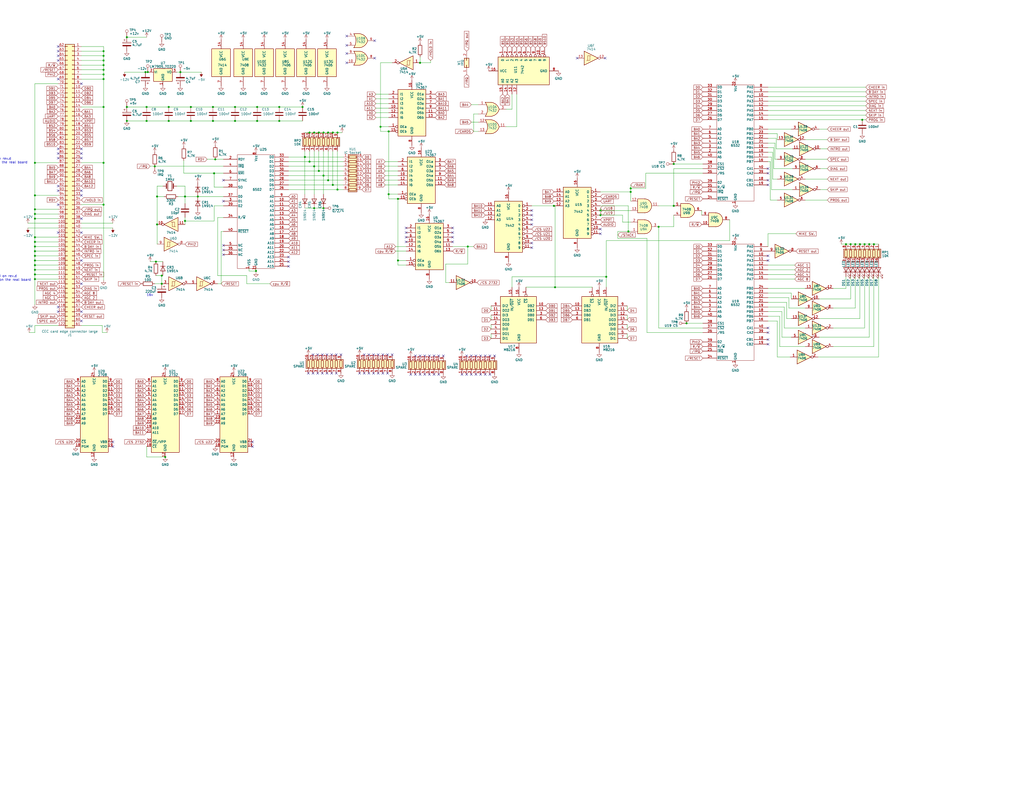
<source format=kicad_sch>
(kicad_sch (version 20230121) (generator eeschema)
  (paper "C")
  (junction (at 116.205 58.42))
  (junction (at 466.725 133.35))
  (junction (at 171.45 72.39))
  (junction (at 19.05 88.9))
  (junction (at 56.515 35.56))
  (junction (at 212.09 71.755))
  (junction (at 98.425 39.37))
  (junction (at 255.27 134.62))
  (junction (at 207.645 69.215))
  (junction (at 19.05 149.86))
  (junction (at 107.95 107.315))
  (junction (at 56.515 111.76))
  (junction (at 476.885 133.35))
  (junction (at 79.375 39.37))
  (junction (at 92.075 58.42))
  (junction (at 474.345 133.35))
  (junction (at 19.05 132.08))
  (junction (at 374.65 176.53))
  (junction (at 19.05 137.16))
  (junction (at 344.17 104.775))
  (junction (at 176.53 113.665))
  (junction (at 116.205 66.04))
  (junction (at 184.15 72.39))
  (junction (at 19.05 134.62))
  (junction (at 179.07 72.39))
  (junction (at 461.645 133.35))
  (junction (at 56.515 30.48))
  (junction (at 330.835 151.13))
  (junction (at 56.515 38.1))
  (junction (at 19.05 106.68))
  (junction (at 152.4 58.42))
  (junction (at 88.265 154.94))
  (junction (at 19.05 139.7))
  (junction (at 19.05 129.54))
  (junction (at 56.515 43.18))
  (junction (at 84.455 90.805))
  (junction (at 88.265 150.495))
  (junction (at 168.91 72.39))
  (junction (at 19.05 147.32))
  (junction (at 139.7 147.955))
  (junction (at 56.515 27.94))
  (junction (at 69.215 66.04))
  (junction (at 116.84 94.615))
  (junction (at 80.01 58.42))
  (junction (at 181.61 72.39))
  (junction (at 359.41 123.825))
  (junction (at 217.17 108.585))
  (junction (at 342.9 126.365))
  (junction (at 173.99 72.39))
  (junction (at 100.965 107.315))
  (junction (at 184.15 103.505))
  (junction (at 173.99 93.345))
  (junction (at 56.515 40.64))
  (junction (at 117.475 86.995))
  (junction (at 19.05 114.3))
  (junction (at 85.725 107.315))
  (junction (at 19.05 119.38))
  (junction (at 152.4 66.04))
  (junction (at 90.17 249.555))
  (junction (at 229.235 34.29))
  (junction (at 104.14 66.04))
  (junction (at 367.665 112.395))
  (junction (at 56.515 88.9))
  (junction (at 56.515 33.02))
  (junction (at 128.27 66.04))
  (junction (at 327.66 117.475))
  (junction (at 19.05 142.24))
  (junction (at 140.335 66.04))
  (junction (at 19.05 152.4))
  (junction (at 80.01 66.04))
  (junction (at 212.09 106.045))
  (junction (at 171.45 90.805))
  (junction (at 464.185 133.35))
  (junction (at 367.665 89.535))
  (junction (at 469.265 133.35))
  (junction (at 327.66 114.935))
  (junction (at 92.075 66.04))
  (junction (at 171.45 113.665))
  (junction (at 85.09 142.875))
  (junction (at 179.07 98.425))
  (junction (at 165.1 58.42))
  (junction (at 168.91 88.265))
  (junction (at 471.805 133.35))
  (junction (at 128.27 58.42))
  (junction (at 470.535 65.405))
  (junction (at 302.895 156.845))
  (junction (at 85.725 122.555))
  (junction (at 104.14 58.42))
  (junction (at 181.61 100.965))
  (junction (at 176.53 72.39))
  (junction (at 69.215 20.32))
  (junction (at 56.515 58.42))
  (junction (at 344.17 102.87))
  (junction (at 217.17 142.24))
  (junction (at 80.645 39.37))
  (junction (at 166.37 85.725))
  (junction (at 176.53 95.885))
  (junction (at 302.26 112.395))
  (junction (at 100.965 120.65))
  (junction (at 140.335 58.42))
  (junction (at 69.215 58.42))
  (junction (at 19.05 116.84))
  (junction (at 19.05 144.78))
  (no_connect (at 208.915 203.835))
  (no_connect (at 203.835 203.835))
  (no_connect (at 247.015 127))
  (no_connect (at 290.195 120.015))
  (no_connect (at 254.635 204.47))
  (no_connect (at 290.195 122.555))
  (no_connect (at 157.48 142.875))
  (no_connect (at 44.45 104.14))
  (no_connect (at 44.45 86.36))
  (no_connect (at 31.75 81.28))
  (no_connect (at 189.23 19.685))
  (no_connect (at 31.75 83.82))
  (no_connect (at 180.975 203.835))
  (no_connect (at 186.055 193.675))
  (no_connect (at 419.1 139.7))
  (no_connect (at 229.235 194.31))
  (no_connect (at 254.635 194.31))
  (no_connect (at 221.615 132.08))
  (no_connect (at 259.715 194.31))
  (no_connect (at 44.45 45.72))
  (no_connect (at 175.895 203.835))
  (no_connect (at 419.1 92.075))
  (no_connect (at 247.015 124.46))
  (no_connect (at 31.75 86.36))
  (no_connect (at 31.75 33.02))
  (no_connect (at 206.375 203.835))
  (no_connect (at 229.235 204.47))
  (no_connect (at 231.775 194.31))
  (no_connect (at 31.75 27.94))
  (no_connect (at 44.45 81.28))
  (no_connect (at 327.66 127.635))
  (no_connect (at 211.455 193.675))
  (no_connect (at 157.48 140.335))
  (no_connect (at 213.995 193.675))
  (no_connect (at 183.515 193.675))
  (no_connect (at 31.75 111.76))
  (no_connect (at 44.45 127))
  (no_connect (at 204.47 31.75))
  (no_connect (at 419.1 98.425))
  (no_connect (at 183.515 203.835))
  (no_connect (at 267.335 204.47))
  (no_connect (at 247.015 129.54))
  (no_connect (at 290.195 114.935))
  (no_connect (at 178.435 203.835))
  (no_connect (at 290.195 132.715))
  (no_connect (at 121.92 109.855))
  (no_connect (at 61.595 243.84))
  (no_connect (at 262.255 194.31))
  (no_connect (at 327.66 125.095))
  (no_connect (at 31.75 167.64))
  (no_connect (at 206.375 193.675))
  (no_connect (at 121.92 98.425))
  (no_connect (at 419.1 187.96))
  (no_connect (at 198.755 203.835))
  (no_connect (at 196.215 203.835))
  (no_connect (at 170.815 203.835))
  (no_connect (at 419.1 185.42))
  (no_connect (at 314.96 31.75))
  (no_connect (at 257.175 204.47))
  (no_connect (at 269.875 194.31))
  (no_connect (at 330.2 31.75))
  (no_connect (at 44.45 142.24))
  (no_connect (at 168.275 203.835))
  (no_connect (at 231.775 204.47))
  (no_connect (at 262.255 204.47))
  (no_connect (at 290.195 135.255))
  (no_connect (at 239.395 204.47))
  (no_connect (at 31.75 170.18))
  (no_connect (at 173.355 203.835))
  (no_connect (at 44.45 154.94))
  (no_connect (at 170.815 193.675))
  (no_connect (at 31.75 25.4))
  (no_connect (at 236.855 204.47))
  (no_connect (at 180.975 193.675))
  (no_connect (at 290.195 117.475))
  (no_connect (at 137.795 241.3))
  (no_connect (at 44.45 119.38))
  (no_connect (at 234.315 194.31))
  (no_connect (at 203.835 193.675))
  (no_connect (at 31.75 127))
  (no_connect (at 157.48 145.415))
  (no_connect (at 189.23 24.765))
  (no_connect (at 259.715 204.47))
  (no_connect (at 198.755 193.675))
  (no_connect (at 419.1 94.615))
  (no_connect (at 419.1 179.07))
  (no_connect (at 31.75 101.6))
  (no_connect (at 252.095 204.47))
  (no_connect (at 247.015 132.08))
  (no_connect (at 211.455 203.835))
  (no_connect (at 267.335 194.31))
  (no_connect (at 44.45 170.18))
  (no_connect (at 264.795 194.31))
  (no_connect (at 221.615 127))
  (no_connect (at 221.615 129.54))
  (no_connect (at 241.935 194.31))
  (no_connect (at 173.355 193.675))
  (no_connect (at 61.595 241.3))
  (no_connect (at 239.395 194.31))
  (no_connect (at 208.915 193.675))
  (no_connect (at 121.92 139.065))
  (no_connect (at 201.295 193.675))
  (no_connect (at 264.795 204.47))
  (no_connect (at 189.23 29.21))
  (no_connect (at 226.695 194.31))
  (no_connect (at 257.175 194.31))
  (no_connect (at 224.155 204.47))
  (no_connect (at 201.295 203.835))
  (no_connect (at 44.45 83.82))
  (no_connect (at 236.855 194.31))
  (no_connect (at 31.75 104.14))
  (no_connect (at 204.47 22.225))
  (no_connect (at 121.92 133.985))
  (no_connect (at 419.1 142.24))
  (no_connect (at 31.75 43.18))
  (no_connect (at 234.315 204.47))
  (no_connect (at 419.1 181.61))
  (no_connect (at 44.45 175.26))
  (no_connect (at 175.895 193.675))
  (no_connect (at 178.435 193.675))
  (no_connect (at 44.45 106.68))
  (no_connect (at 137.795 243.84))
  (no_connect (at 189.23 34.29))
  (no_connect (at 226.695 204.47))
  (no_connect (at 419.1 100.965))
  (no_connect (at 31.75 30.48))
  (no_connect (at 221.615 124.46))
  (no_connect (at 121.92 136.525))
  (wire (pts (xy 327.66 117.475) (xy 339.725 117.475)))
  (wire (pts (xy 19.05 132.08) (xy 19.05 134.62)))
  (wire (pts (xy 116.84 102.235) (xy 121.92 102.235)))
  (wire (pts (xy 276.225 69.215) (xy 281.94 69.215)))
  (wire (pts (xy 84.455 154.94) (xy 88.265 154.94)))
  (wire (pts (xy 176.53 72.39) (xy 179.07 72.39)))
  (wire (pts (xy 44.45 88.9) (xy 56.515 88.9)))
  (wire (pts (xy 337.185 126.365) (xy 342.9 126.365)))
  (wire (pts (xy 210.185 100.965) (xy 217.17 100.965)))
  (wire (pts (xy 422.91 78.105) (xy 419.1 78.105)))
  (wire (pts (xy 19.05 116.84) (xy 19.05 119.38)))
  (wire (pts (xy 243.205 154.305) (xy 245.11 154.305)))
  (wire (pts (xy 19.05 181.61) (xy 15.875 181.61)))
  (wire (pts (xy 342.265 172.085) (xy 342.265 174.625)))
  (wire (pts (xy 56.515 111.76) (xy 56.515 153.035)))
  (wire (pts (xy 81.915 90.805) (xy 84.455 90.805)))
  (wire (pts (xy 207.645 71.755) (xy 212.09 71.755)))
  (wire (pts (xy 255.27 134.62) (xy 255.27 144.145)))
  (wire (pts (xy 337.185 126.365) (xy 337.185 130.175)))
  (wire (pts (xy 184.15 82.55) (xy 184.15 103.505)))
  (wire (pts (xy 419.1 170.18) (xy 426.72 170.18)))
  (wire (pts (xy 31.75 152.4) (xy 19.05 152.4)))
  (wire (pts (xy 19.05 134.62) (xy 19.05 137.16)))
  (wire (pts (xy 367.665 89.535) (xy 383.54 89.535)))
  (wire (pts (xy 427.99 179.07) (xy 439.42 179.07)))
  (wire (pts (xy 80.01 249.555) (xy 90.17 249.555)))
  (wire (pts (xy 212.09 71.755) (xy 212.09 106.045)))
  (wire (pts (xy 472.44 47.625) (xy 419.1 47.625)))
  (wire (pts (xy 44.45 30.48) (xy 56.515 30.48)))
  (wire (pts (xy 454.66 179.07) (xy 471.805 179.07)))
  (wire (pts (xy 31.75 114.3) (xy 19.05 114.3)))
  (wire (pts (xy 205.105 53.975) (xy 212.09 53.975)))
  (wire (pts (xy 287.02 156.845) (xy 302.895 156.845)))
  (wire (pts (xy 19.05 147.32) (xy 19.05 149.86)))
  (wire (pts (xy 215.9 134.62) (xy 221.615 134.62)))
  (wire (pts (xy 419.1 162.56) (xy 430.53 162.56)))
  (wire (pts (xy 234.95 33.02) (xy 234.95 34.29)))
  (wire (pts (xy 382.905 114.935) (xy 382.905 117.475)))
  (wire (pts (xy 15.24 121.92) (xy 31.75 121.92)))
  (wire (pts (xy 464.185 163.195) (xy 464.185 151.13)))
  (wire (pts (xy 419.1 157.48) (xy 439.42 157.48)))
  (wire (pts (xy 56.515 40.64) (xy 56.515 43.18)))
  (wire (pts (xy 451.485 92.075) (xy 447.675 92.075)))
  (wire (pts (xy 179.07 82.55) (xy 179.07 98.425)))
  (wire (pts (xy 424.18 194.945) (xy 431.165 194.945)))
  (wire (pts (xy 398.145 131.445) (xy 330.835 131.445)))
  (wire (pts (xy 56.515 33.02) (xy 56.515 30.48)))
  (wire (pts (xy 383.54 179.07) (xy 359.41 179.07)))
  (wire (pts (xy 255.27 144.145) (xy 243.205 144.145)))
  (wire (pts (xy 89.535 107.315) (xy 85.725 107.315)))
  (wire (pts (xy 55.88 181.61) (xy 55.88 177.8)))
  (wire (pts (xy 135.89 146.685) (xy 135.89 147.955)))
  (wire (pts (xy 421.64 97.79) (xy 424.18 97.79)))
  (wire (pts (xy 234.95 34.29) (xy 229.235 34.29)))
  (wire (pts (xy 139.7 148.59) (xy 139.7 147.955)))
  (wire (pts (xy 134.62 154.94) (xy 147.32 154.94)))
  (wire (pts (xy 171.45 90.805) (xy 171.45 106.045)))
  (wire (pts (xy 56.515 88.9) (xy 56.515 111.76)))
  (wire (pts (xy 258.445 71.755) (xy 260.985 71.755)))
  (wire (pts (xy 19.05 144.78) (xy 19.05 147.32)))
  (wire (pts (xy 344.17 100.965) (xy 344.17 102.87)))
  (wire (pts (xy 187.325 100.965) (xy 181.61 100.965)))
  (wire (pts (xy 184.15 72.39) (xy 186.69 72.39)))
  (wire (pts (xy 327.66 112.395) (xy 342.9 112.395)))
  (wire (pts (xy 140.335 66.04) (xy 152.4 66.04)))
  (wire (pts (xy 471.805 179.07) (xy 471.805 151.13)))
  (wire (pts (xy 205.105 61.595) (xy 212.09 61.595)))
  (wire (pts (xy 56.515 43.18) (xy 56.515 58.42)))
  (wire (pts (xy 430.53 168.275) (xy 439.42 168.275)))
  (wire (pts (xy 267.97 182.245) (xy 267.97 184.785)))
  (wire (pts (xy 447.04 163.195) (xy 464.185 163.195)))
  (wire (pts (xy 19.05 149.86) (xy 19.05 152.4)))
  (wire (pts (xy 470.535 65.405) (xy 419.1 65.405)))
  (wire (pts (xy 100.965 101.6) (xy 96.52 101.6)))
  (wire (pts (xy 427.99 167.64) (xy 427.99 179.07)))
  (wire (pts (xy 327.66 116.205) (xy 327.66 117.475)))
  (wire (pts (xy 422.275 80.645) (xy 419.1 80.645)))
  (wire (pts (xy 426.72 184.15) (xy 431.8 184.15)))
  (wire (pts (xy 419.1 167.64) (xy 427.99 167.64)))
  (wire (pts (xy 342.265 177.165) (xy 342.265 179.705)))
  (wire (pts (xy 466.725 133.35) (xy 464.185 133.35)))
  (wire (pts (xy 258.445 62.23) (xy 258.445 71.755)))
  (wire (pts (xy 79.375 39.37) (xy 80.645 39.37)))
  (wire (pts (xy 107.95 107.315) (xy 121.92 107.315)))
  (wire (pts (xy 44.45 124.46) (xy 61.595 124.46)))
  (wire (pts (xy 171.45 113.665) (xy 176.53 113.665)))
  (wire (pts (xy 157.48 88.265) (xy 168.91 88.265)))
  (wire (pts (xy 424.18 175.26) (xy 424.18 194.945)))
  (wire (pts (xy 420.37 88.265) (xy 420.37 109.22)))
  (wire (pts (xy 339.725 117.475) (xy 339.725 121.285)))
  (wire (pts (xy 121.92 118.745) (xy 118.745 118.745)))
  (wire (pts (xy 85.725 122.555) (xy 85.725 133.35)))
  (wire (pts (xy 55.88 177.8) (xy 44.45 177.8)))
  (wire (pts (xy 120.65 126.365) (xy 120.65 154.94)))
  (wire (pts (xy 451.485 76.2) (xy 439.42 76.2)))
  (wire (pts (xy 359.41 123.825) (xy 359.41 179.07)))
  (wire (pts (xy 100.965 107.315) (xy 100.965 101.6)))
  (wire (pts (xy 217.17 142.24) (xy 217.17 144.78)))
  (wire (pts (xy 472.44 55.245) (xy 419.1 55.245)))
  (wire (pts (xy 80.01 58.42) (xy 92.075 58.42)))
  (wire (pts (xy 100.965 120.65) (xy 116.84 120.65)))
  (wire (pts (xy 260.985 62.23) (xy 258.445 62.23)))
  (wire (pts (xy 344.17 104.775) (xy 344.17 109.855)))
  (wire (pts (xy 19.05 129.54) (xy 19.05 132.08)))
  (wire (pts (xy 422.275 80.645) (xy 422.275 92.075)))
  (wire (pts (xy 128.27 66.04) (xy 140.335 66.04)))
  (wire (pts (xy 279.4 51.435) (xy 279.4 59.69)))
  (wire (pts (xy 31.75 45.72) (xy 19.05 45.72)))
  (wire (pts (xy 31.75 139.7) (xy 19.05 139.7)))
  (wire (pts (xy 19.05 119.38) (xy 31.75 119.38)))
  (wire (pts (xy 210.185 98.425) (xy 217.17 98.425)))
  (wire (pts (xy 217.17 142.24) (xy 221.615 142.24)))
  (wire (pts (xy 19.05 181.61) (xy 19.05 177.8)))
  (wire (pts (xy 19.05 106.68) (xy 19.05 114.3)))
  (wire (pts (xy 157.48 103.505) (xy 184.15 103.505)))
  (wire (pts (xy 19.05 177.8) (xy 31.75 177.8)))
  (wire (pts (xy 44.45 121.92) (xy 61.595 121.92)))
  (wire (pts (xy 383.54 92.075) (xy 367.665 92.075)))
  (wire (pts (xy 217.17 108.585) (xy 217.17 142.24)))
  (wire (pts (xy 134.62 150.495) (xy 134.62 154.94)))
  (wire (pts (xy 339.725 121.285) (xy 344.17 121.285)))
  (wire (pts (xy 31.75 144.78) (xy 19.05 144.78)))
  (wire (pts (xy 421.64 83.185) (xy 421.64 97.79)))
  (wire (pts (xy 327.66 104.775) (xy 344.17 104.775)))
  (wire (pts (xy 135.89 147.955) (xy 139.7 147.955)))
  (wire (pts (xy 430.53 162.56) (xy 430.53 168.275)))
  (wire (pts (xy 128.27 58.42) (xy 140.335 58.42)))
  (wire (pts (xy 451.485 86.995) (xy 439.42 86.995)))
  (wire (pts (xy 31.75 137.16) (xy 19.05 137.16)))
  (wire (pts (xy 258.445 134.62) (xy 255.27 134.62)))
  (wire (pts (xy 267.97 177.165) (xy 267.97 179.705)))
  (wire (pts (xy 476.885 133.35) (xy 474.345 133.35)))
  (wire (pts (xy 466.725 168.275) (xy 466.725 151.13)))
  (wire (pts (xy 187.325 95.885) (xy 176.53 95.885)))
  (wire (pts (xy 152.4 58.42) (xy 165.1 58.42)))
  (wire (pts (xy 104.14 58.42) (xy 116.205 58.42)))
  (wire (pts (xy 166.37 72.39) (xy 168.91 72.39)))
  (wire (pts (xy 327.66 113.665) (xy 327.66 114.935)))
  (wire (pts (xy 210.185 88.265) (xy 217.17 88.265)))
  (wire (pts (xy 454.66 168.275) (xy 466.725 168.275)))
  (wire (pts (xy 168.91 82.55) (xy 168.91 88.265)))
  (wire (pts (xy 367.665 92.075) (xy 367.665 112.395)))
  (wire (pts (xy 179.07 98.425) (xy 187.325 98.425)))
  (wire (pts (xy 166.37 85.725) (xy 166.37 106.045)))
  (wire (pts (xy 100.965 107.315) (xy 100.965 111.125)))
  (wire (pts (xy 419.1 73.025) (xy 424.18 73.025)))
  (wire (pts (xy 422.91 86.995) (xy 422.91 78.105)))
  (wire (pts (xy 157.48 98.425) (xy 179.07 98.425)))
  (wire (pts (xy 469.265 133.35) (xy 466.725 133.35)))
  (wire (pts (xy 44.45 58.42) (xy 56.515 58.42)))
  (wire (pts (xy 58.42 181.61) (xy 55.88 181.61)))
  (wire (pts (xy 85.725 101.6) (xy 85.725 107.315)))
  (wire (pts (xy 255.27 134.62) (xy 247.015 134.62)))
  (wire (pts (xy 383.54 181.61) (xy 353.06 181.61)))
  (wire (pts (xy 44.45 35.56) (xy 56.515 35.56)))
  (wire (pts (xy 67.945 39.37) (xy 79.375 39.37)))
  (wire (pts (xy 454.66 189.23) (xy 476.885 189.23)))
  (wire (pts (xy 451.485 97.79) (xy 439.42 97.79)))
  (wire (pts (xy 422.275 92.075) (xy 432.435 92.075)))
  (wire (pts (xy 56.515 30.48) (xy 56.515 27.94)))
  (wire (pts (xy 81.28 39.37) (xy 80.645 39.37)))
  (wire (pts (xy 451.485 70.485) (xy 447.04 70.485)))
  (wire (pts (xy 31.75 149.86) (xy 19.05 149.86)))
  (wire (pts (xy 327.66 114.935) (xy 344.17 114.935)))
  (wire (pts (xy 461.645 133.35) (xy 459.105 133.35)))
  (wire (pts (xy 173.99 82.55) (xy 173.99 93.345)))
  (wire (pts (xy 447.04 184.15) (xy 474.345 184.15)))
  (wire (pts (xy 187.325 88.265) (xy 168.91 88.265)))
  (wire (pts (xy 330.835 131.445) (xy 330.835 151.13)))
  (wire (pts (xy 419.1 127.635) (xy 419.1 134.62)))
  (wire (pts (xy 353.06 181.61) (xy 353.06 130.175)))
  (wire (pts (xy 97.155 107.315) (xy 100.965 107.315)))
  (wire (pts (xy 85.09 142.875) (xy 88.9 142.875)))
  (wire (pts (xy 425.45 189.23) (xy 439.42 189.23)))
  (wire (pts (xy 434.34 127.635) (xy 419.1 127.635)))
  (wire (pts (xy 419.1 175.26) (xy 424.18 175.26)))
  (wire (pts (xy 472.44 50.165) (xy 419.1 50.165)))
  (wire (pts (xy 44.45 38.1) (xy 56.515 38.1)))
  (wire (pts (xy 446.405 194.945) (xy 479.425 194.945)))
  (wire (pts (xy 451.485 109.22) (xy 439.42 109.22)))
  (wire (pts (xy 212.09 108.585) (xy 217.17 108.585)))
  (wire (pts (xy 69.215 66.04) (xy 80.01 66.04)))
  (wire (pts (xy 171.45 72.39) (xy 173.99 72.39)))
  (wire (pts (xy 100.965 118.745) (xy 100.965 120.65)))
  (wire (pts (xy 433.705 144.78) (xy 419.1 144.78)))
  (wire (pts (xy 139.7 147.955) (xy 139.7 146.685)))
  (wire (pts (xy 302.895 112.395) (xy 302.26 112.395)))
  (wire (pts (xy 419.1 70.485) (xy 431.8 70.485)))
  (wire (pts (xy 472.44 52.705) (xy 419.1 52.705)))
  (wire (pts (xy 451.485 103.505) (xy 447.675 103.505)))
  (wire (pts (xy 330.835 156.845) (xy 330.835 151.13)))
  (wire (pts (xy 121.92 94.615) (xy 116.84 94.615)))
  (wire (pts (xy 472.44 60.325) (xy 419.1 60.325)))
  (wire (pts (xy 342.265 167.005) (xy 342.265 169.545)))
  (wire (pts (xy 80.01 66.04) (xy 92.075 66.04)))
  (wire (pts (xy 469.265 173.99) (xy 469.265 151.13)))
  (wire (pts (xy 267.97 172.085) (xy 267.97 174.625)))
  (wire (pts (xy 168.91 72.39) (xy 171.45 72.39)))
  (wire (pts (xy 179.07 72.39) (xy 181.61 72.39)))
  (wire (pts (xy 19.05 142.24) (xy 19.05 144.78)))
  (wire (pts (xy 344.17 102.87) (xy 352.425 102.87)))
  (wire (pts (xy 81.915 142.875) (xy 85.09 142.875)))
  (wire (pts (xy 157.48 90.805) (xy 171.45 90.805)))
  (wire (pts (xy 92.075 58.42) (xy 104.14 58.42)))
  (wire (pts (xy 257.175 66.675) (xy 260.985 66.675)))
  (wire (pts (xy 118.745 150.495) (xy 134.62 150.495)))
  (wire (pts (xy 44.45 33.02) (xy 56.515 33.02)))
  (wire (pts (xy 344.17 102.87) (xy 344.17 104.775)))
  (wire (pts (xy 212.09 106.045) (xy 217.17 106.045)))
  (wire (pts (xy 472.44 62.865) (xy 419.1 62.865)))
  (wire (pts (xy 152.4 66.04) (xy 165.1 66.04)))
  (wire (pts (xy 302.895 112.395) (xy 302.895 156.845)))
  (wire (pts (xy 116.84 94.615) (xy 116.84 102.235)))
  (wire (pts (xy 429.26 165.1) (xy 429.26 173.99)))
  (wire (pts (xy 187.325 90.805) (xy 171.45 90.805)))
  (wire (pts (xy 19.05 152.4) (xy 19.05 166.37)))
  (wire (pts (xy 31.75 88.9) (xy 19.05 88.9)))
  (wire (pts (xy 85.09 150.495) (xy 88.265 150.495)))
  (wire (pts (xy 56.515 38.1) (xy 56.515 40.64)))
  (wire (pts (xy 19.05 114.3) (xy 19.05 116.84)))
  (wire (pts (xy 173.99 72.39) (xy 176.53 72.39)))
  (wire (pts (xy 433.705 149.86) (xy 419.1 149.86)))
  (wire (pts (xy 157.48 93.345) (xy 173.99 93.345)))
  (wire (pts (xy 56.515 38.1) (xy 56.515 35.56)))
  (wire (pts (xy 426.72 170.18) (xy 426.72 184.15)))
  (wire (pts (xy 421.64 83.185) (xy 419.1 83.185)))
  (wire (pts (xy 276.225 59.69) (xy 279.4 59.69)))
  (wire (pts (xy 19.05 119.38) (xy 19.05 129.54)))
  (wire (pts (xy 31.75 134.62) (xy 19.05 134.62)))
  (wire (pts (xy 205.105 59.055) (xy 212.09 59.055)))
  (wire (pts (xy 56.515 58.42) (xy 56.515 88.9)))
  (wire (pts (xy 44.45 43.18) (xy 56.515 43.18)))
  (wire (pts (xy 207.645 69.215) (xy 207.645 71.755)))
  (wire (pts (xy 471.805 133.35) (xy 469.265 133.35)))
  (wire (pts (xy 56.515 27.94) (xy 56.515 25.4)))
  (wire (pts (xy 19.05 139.7) (xy 19.05 142.24)))
  (wire (pts (xy 19.05 45.72) (xy 19.05 88.9)))
  (wire (pts (xy 257.175 57.15) (xy 260.985 57.15)))
  (wire (pts (xy 80.01 243.84) (xy 80.01 249.555)))
  (wire (pts (xy 451.485 81.28) (xy 447.675 81.28)))
  (wire (pts (xy 181.61 82.55) (xy 181.61 100.965)))
  (wire (pts (xy 116.84 112.395) (xy 121.92 112.395)))
  (wire (pts (xy 479.425 194.945) (xy 479.425 151.13)))
  (wire (pts (xy 433.705 152.4) (xy 419.1 152.4)))
  (wire (pts (xy 205.105 51.435) (xy 212.09 51.435)))
  (wire (pts (xy 205.105 56.515) (xy 212.09 56.515)))
  (wire (pts (xy 419.1 75.565) (xy 423.545 75.565)))
  (wire (pts (xy 80.01 58.42) (xy 69.215 58.42)))
  (wire (pts (xy 210.185 95.885) (xy 217.17 95.885)))
  (wire (pts (xy 472.44 57.785) (xy 419.1 57.785)))
  (wire (pts (xy 229.235 31.115) (xy 229.235 34.29)))
  (wire (pts (xy 210.185 90.805) (xy 217.17 90.805)))
  (wire (pts (xy 367.665 123.825) (xy 367.665 117.475)))
  (wire (pts (xy 210.185 93.345) (xy 217.17 93.345)))
  (wire (pts (xy 118.745 118.745) (xy 118.745 150.495)))
  (wire (pts (xy 454.66 157.48) (xy 461.645 157.48)))
  (wire (pts (xy 359.41 112.395) (xy 367.665 112.395)))
  (wire (pts (xy 425.45 172.72) (xy 425.45 189.23)))
  (wire (pts (xy 104.14 66.04) (xy 116.205 66.04)))
  (wire (pts (xy 290.195 112.395) (xy 302.26 112.395)))
  (wire (pts (xy 44.45 27.94) (xy 56.515 27.94)))
  (wire (pts (xy 359.41 123.825) (xy 367.665 123.825)))
  (wire (pts (xy 121.92 126.365) (xy 120.65 126.365)))
  (wire (pts (xy 281.94 69.215) (xy 281.94 51.435)))
  (wire (pts (xy 472.44 65.405) (xy 470.535 65.405)))
  (wire (pts (xy 267.97 167.005) (xy 267.97 169.545)))
  (wire (pts (xy 176.53 95.885) (xy 176.53 106.045)))
  (wire (pts (xy 88.9 101.6) (xy 85.725 101.6)))
  (wire (pts (xy 113.03 86.995) (xy 117.475 86.995)))
  (wire (pts (xy 187.325 103.505) (xy 184.15 103.505)))
  (wire (pts (xy 464.185 133.35) (xy 461.645 133.35)))
  (wire (pts (xy 19.05 88.9) (xy 19.05 106.68)))
  (wire (pts (xy 107.95 107.315) (xy 100.965 107.315)))
  (wire (pts (xy 419.1 160.02) (xy 431.8 160.02)))
  (wire (pts (xy 337.185 130.175) (xy 353.06 130.175)))
  (wire (pts (xy 85.725 107.315) (xy 85.725 122.555)))
  (wire (pts (xy 166.37 113.665) (xy 171.45 113.665)))
  (wire (pts (xy 19.05 116.84) (xy 31.75 116.84)))
  (wire (pts (xy 279.4 151.13) (xy 330.835 151.13)))
  (wire (pts (xy 100.33 87.63) (xy 100.33 94.615)))
  (wire (pts (xy 176.53 82.55) (xy 176.53 95.885)))
  (wire (pts (xy 352.425 94.615) (xy 352.425 102.87)))
  (wire (pts (xy 116.84 94.615) (xy 100.33 94.615)))
  (wire (pts (xy 421.005 85.725) (xy 421.005 103.505)))
  (wire (pts (xy 31.75 132.08) (xy 19.05 132.08)))
  (wire (pts (xy 116.205 58.42) (xy 128.27 58.42)))
  (wire (pts (xy 424.18 76.2) (xy 424.18 73.025)))
  (wire (pts (xy 342.9 126.365) (xy 342.9 112.395)))
  (wire (pts (xy 474.345 184.15) (xy 474.345 151.13)))
  (wire (pts (xy 140.335 58.42) (xy 152.4 58.42)))
  (wire (pts (xy 157.48 95.885) (xy 176.53 95.885)))
  (wire (pts (xy 431.8 160.02) (xy 431.8 163.195)))
  (wire (pts (xy 419.1 165.1) (xy 429.26 165.1)))
  (wire (pts (xy 212.09 106.045) (xy 212.09 108.585)))
  (wire (pts (xy 461.645 157.48) (xy 461.645 151.13)))
  (wire (pts (xy 447.04 173.99) (xy 469.265 173.99)))
  (wire (pts (xy 173.99 93.345) (xy 187.325 93.345)))
  (wire (pts (xy 31.75 147.32) (xy 19.05 147.32)))
  (wire (pts (xy 398.145 120.015) (xy 398.145 131.445)))
  (wire (pts (xy 44.45 25.4) (xy 56.515 25.4)))
  (wire (pts (xy 421.005 85.725) (xy 419.1 85.725)))
  (wire (pts (xy 207.645 34.29) (xy 207.645 69.215)))
  (wire (pts (xy 474.345 133.35) (xy 471.805 133.35)))
  (wire (pts (xy 15.24 124.46) (xy 31.75 124.46)))
  (wire (pts (xy 433.705 147.32) (xy 419.1 147.32)))
  (wire (pts (xy 98.425 39.37) (xy 96.52 39.37)))
  (wire (pts (xy 479.425 133.35) (xy 476.885 133.35)))
  (wire (pts (xy 420.37 88.265) (xy 419.1 88.265)))
  (wire (pts (xy 213.995 34.29) (xy 207.645 34.29)))
  (wire (pts (xy 109.855 39.37) (xy 98.425 39.37)))
  (wire (pts (xy 429.26 173.99) (xy 431.8 173.99)))
  (wire (pts (xy 383.54 94.615) (xy 352.425 94.615)))
  (wire (pts (xy 476.885 189.23) (xy 476.885 151.13)))
  (wire (pts (xy 116.205 66.04) (xy 128.27 66.04)))
  (wire (pts (xy 56.515 35.56) (xy 56.515 33.02)))
  (wire (pts (xy 157.48 100.965) (xy 181.61 100.965)))
  (wire (pts (xy 69.215 20.32) (xy 80.01 20.32)))
  (wire (pts (xy 423.545 81.28) (xy 432.435 81.28)))
  (wire (pts (xy 44.45 40.64) (xy 56.515 40.64)))
  (wire (pts (xy 243.205 144.145) (xy 243.205 154.305)))
  (wire (pts (xy 88.265 150.495) (xy 88.265 154.94)))
  (wire (pts (xy 420.37 109.22) (xy 424.18 109.22)))
  (wire (pts (xy 215.9 137.16) (xy 221.615 137.16)))
  (wire (pts (xy 100.965 122.555) (xy 100.965 120.65)))
  (wire (pts (xy 302.895 156.845) (xy 323.215 156.845)))
  (wire (pts (xy 166.37 82.55) (xy 166.37 85.725)))
  (wire (pts (xy 84.455 90.805) (xy 121.92 90.805)))
  (wire (pts (xy 157.48 85.725) (xy 166.37 85.725)))
  (wire (pts (xy 19.05 137.16) (xy 19.05 139.7)))
  (wire (pts (xy 171.45 82.55) (xy 171.45 90.805)))
  (wire (pts (xy 423.545 75.565) (xy 423.545 81.28)))
  (wire (pts (xy 44.45 111.76) (xy 56.515 111.76)))
  (wire (pts (xy 92.075 66.04) (xy 104.14 66.04)))
  (wire (pts (xy 19.05 142.24) (xy 31.75 142.24)))
  (wire (pts (xy 88.265 150.495) (xy 88.9 150.495)))
  (wire (pts (xy 342.265 182.245) (xy 342.265 184.785)))
  (wire (pts (xy 116.84 120.65) (xy 116.84 112.395)))
  (wire (pts (xy 117.475 86.995) (xy 121.92 86.995)))
  (wire (pts (xy 187.325 85.725) (xy 166.37 85.725)))
  (wire (pts (xy 217.17 144.78) (xy 221.615 144.78)))
  (wire (pts (xy 279.4 151.13) (xy 279.4 156.845)))
  (wire (pts (xy 207.645 69.215) (xy 212.09 69.215)))
  (wire (pts (xy 31.75 106.68) (xy 19.05 106.68)))
  (wire (pts (xy 419.1 172.72) (xy 425.45 172.72)))
  (wire (pts (xy 421.005 103.505) (xy 432.435 103.505)))
  (wire (pts (xy 342.9 126.365) (xy 344.17 126.365)))
  (wire (pts (xy 19.05 129.54) (xy 31.75 129.54)))
  (wire (pts (xy 422.91 86.995) (xy 424.18 86.995)))
  (wire (pts (xy 120.65 154.94) (xy 118.745 154.94)))
  (wire (pts (xy 374.65 176.53) (xy 383.54 176.53)))
  (wire (pts (xy 205.105 64.135) (xy 212.09 64.135)))
  (wire (pts (xy 181.61 72.39) (xy 184.15 72.39)))
  (text "I chose to connect 87 to ground on rev.d\neven though it was probably not on the real board" (at -34.925 89.535 0) (effects (font (size 1.27 1.27)) (justify left bottom)))
  (text "I chose to connect 112 to ground on rev.d\neven though it was probably not on the real board" (at -33.02 153.67 0) (effects (font (size 1.27 1.27)) (justify left bottom)))
  (text "16v" (at 80.01 161.925 0) (effects (font (size 1.27 1.27)) (justify left bottom)))
  (global_label "D2" (shape input) (at 197.485 90.805 0) (property "Intersheetrefs" "${INTERSHEET_REFS}" (effects hide)))
  (global_label "BA1" (shape input) (at 383.54 160.02 180) (property "Intersheetrefs" "${INTERSHEET_REFS}" (effects hide)))
  (global_label "D1" (shape input) (at 197.485 88.265 0) (property "Intersheetrefs" "${INTERSHEET_REFS}" (effects hide)))
  (global_label "A8" (shape input) (at 210.185 100.965 180) (property "Intersheetrefs" "${INTERSHEET_REFS}" (effects hide)))
  (global_label "D3" (shape input) (at 137.795 215.9 0) (property "Intersheetrefs" "${INTERSHEET_REFS}" (effects hide)))
  (global_label "{slash}RESET in" (shape input) (at 44.45 149.86 0) (property "Intersheetrefs" "${INTERSHEET_REFS}" (effects hide)))
  (global_label "BA5" (shape input) (at 31.75 91.44 180) (property "Intersheetrefs" "${INTERSHEET_REFS}" (effects hide)))
  (global_label "PHI2" (shape input) (at 31.75 40.64 180) (property "Intersheetrefs" "${INTERSHEET_REFS}" (effects hide)))
  (global_label "AGC 8" (shape input) (at 44.45 160.02 0) (property "Intersheetrefs" "${INTERSHEET_REFS}" (effects hide)))
  (global_label "A7" (shape input) (at 157.48 125.095 0) (property "Intersheetrefs" "${INTERSHEET_REFS}" (effects hide)))
  (global_label "BS3" (shape input) (at 279.4 26.035 90) (property "Intersheetrefs" "${INTERSHEET_REFS}" (effects hide)))
  (global_label "BA4" (shape input) (at 80.01 218.44 180) (property "Intersheetrefs" "${INTERSHEET_REFS}" (effects hide)))
  (global_label "INTRO in" (shape input) (at 472.44 52.705 0) (property "Intersheetrefs" "${INTERSHEET_REFS}" (effects hide)))
  (global_label "DB0" (shape input) (at 297.815 167.005 0) (property "Intersheetrefs" "${INTERSHEET_REFS}" (effects hide)))
  (global_label "D5" (shape input) (at 100.33 220.98 0) (property "Intersheetrefs" "${INTERSHEET_REFS}" (effects hide)))
  (global_label "{slash}IRQ" (shape input) (at 81.915 90.805 180) (property "Intersheetrefs" "${INTERSHEET_REFS}" (effects hide)))
  (global_label "DB6" (shape input) (at 44.45 55.88 0) (property "Intersheetrefs" "${INTERSHEET_REFS}" (effects hide)))
  (global_label "BA5" (shape input) (at 117.475 220.98 180) (property "Intersheetrefs" "${INTERSHEET_REFS}" (effects hide)))
  (global_label "D0" (shape input) (at 383.54 47.625 180) (property "Intersheetrefs" "${INTERSHEET_REFS}" (effects hide)))
  (global_label "BA5" (shape input) (at 242.57 93.345 0) (property "Intersheetrefs" "${INTERSHEET_REFS}" (effects hide)))
  (global_label "A7" (shape input) (at 210.185 88.265 180) (property "Intersheetrefs" "${INTERSHEET_REFS}" (effects hide)))
  (global_label "SPEC out" (shape input) (at 451.485 86.995 0) (property "Intersheetrefs" "${INTERSHEET_REFS}" (effects hide)))
  (global_label "DB4" (shape input) (at 44.45 53.34 0) (property "Intersheetrefs" "${INTERSHEET_REFS}" (effects hide)))
  (global_label "D5" (shape input) (at 383.54 60.325 180) (property "Intersheetrefs" "${INTERSHEET_REFS}" (effects hide)))
  (global_label "NEXT out" (shape input) (at 31.75 154.94 180) (property "Intersheetrefs" "${INTERSHEET_REFS}" (effects hide)))
  (global_label "D6" (shape input) (at 137.795 223.52 0) (property "Intersheetrefs" "${INTERSHEET_REFS}" (effects hide)))
  (global_label "BS5" (shape input) (at 44.45 73.66 0) (property "Intersheetrefs" "${INTERSHEET_REFS}" (effects hide)))
  (global_label "BA4" (shape input) (at 257.175 57.15 180) (property "Intersheetrefs" "${INTERSHEET_REFS}" (effects hide)))
  (global_label "CHEER out" (shape input) (at 451.485 70.485 0) (property "Intersheetrefs" "${INTERSHEET_REFS}" (effects hide)))
  (global_label "{slash}HOLD in" (shape input) (at 44.45 109.22 0) (property "Intersheetrefs" "${INTERSHEET_REFS}" (effects hide)))
  (global_label "BS8" (shape input) (at 292.1 26.035 90) (property "Intersheetrefs" "${INTERSHEET_REFS}" (effects hide)))
  (global_label "BA9" (shape input) (at 31.75 96.52 180) (property "Intersheetrefs" "${INTERSHEET_REFS}" (effects hide)))
  (global_label "BA5" (shape input) (at 383.54 83.185 180) (property "Intersheetrefs" "${INTERSHEET_REFS}" (effects hide)))
  (global_label "BA3" (shape input) (at 383.54 78.105 180) (property "Intersheetrefs" "${INTERSHEET_REFS}" (effects hide)))
  (global_label "BA10" (shape input) (at 264.795 112.395 180) (property "Intersheetrefs" "${INTERSHEET_REFS}" (effects hide)))
  (global_label "D0" (shape input) (at 383.54 134.62 180) (property "Intersheetrefs" "${INTERSHEET_REFS}" (effects hide)))
  (global_label "A4" (shape input) (at 210.185 95.885 180) (property "Intersheetrefs" "${INTERSHEET_REFS}" (effects hide)))
  (global_label "A3" (shape input) (at 205.105 51.435 180) (property "Intersheetrefs" "${INTERSHEET_REFS}" (effects hide)))
  (global_label "BA2" (shape input) (at 237.49 64.135 0) (property "Intersheetrefs" "${INTERSHEET_REFS}" (effects hide)))
  (global_label "BA3" (shape input) (at 237.49 51.435 0) (property "Intersheetrefs" "${INTERSHEET_REFS}" (effects hide)))
  (global_label "BA0" (shape input) (at 41.275 208.28 180) (property "Intersheetrefs" "${INTERSHEET_REFS}" (effects hide)))
  (global_label "cpu R{slash}~{W}" (shape input) (at 215.9 137.16 180) (property "Intersheetrefs" "${INTERSHEET_REFS}" (effects hide)))
  (global_label "D5" (shape input) (at 383.54 147.32 180) (property "Intersheetrefs" "${INTERSHEET_REFS}" (effects hide)))
  (global_label "SKIP out" (shape input) (at 31.75 172.72 180) (property "Intersheetrefs" "${INTERSHEET_REFS}" (effects hide)))
  (global_label "A1" (shape input) (at 157.48 109.855 0) (property "Intersheetrefs" "${INTERSHEET_REFS}" (effects hide)))
  (global_label "{slash}CS U22" (shape input) (at 117.475 241.3 180) (property "Intersheetrefs" "${INTERSHEET_REFS}" (effects hide)))
  (global_label "D5" (shape input) (at 137.795 220.98 0) (property "Intersheetrefs" "${INTERSHEET_REFS}" (effects hide)))
  (global_label "D1" (shape input) (at 137.795 210.82 0) (property "Intersheetrefs" "${INTERSHEET_REFS}" (effects hide)))
  (global_label "SKIP out" (shape input) (at 451.485 103.505 0) (property "Intersheetrefs" "${INTERSHEET_REFS}" (effects hide)))
  (global_label "BA4" (shape input) (at 383.54 167.64 180) (property "Intersheetrefs" "${INTERSHEET_REFS}" (effects hide)))
  (global_label "A12" (shape input) (at 157.48 137.795 0) (property "Intersheetrefs" "${INTERSHEET_REFS}" (effects hide)))
  (global_label "B'DAY in" (shape input) (at 472.44 50.165 0) (property "Intersheetrefs" "${INTERSHEET_REFS}" (effects hide)))
  (global_label "D0" (shape input) (at 137.795 208.28 0) (property "Intersheetrefs" "${INTERSHEET_REFS}" (effects hide)))
  (global_label "BA0" (shape input) (at 31.75 58.42 180) (property "Intersheetrefs" "${INTERSHEET_REFS}" (effects hide)))
  (global_label "BA10" (shape input) (at 237.49 56.515 0) (property "Intersheetrefs" "${INTERSHEET_REFS}" (effects hide)))
  (global_label "D0" (shape input) (at 197.485 85.725 0) (property "Intersheetrefs" "${INTERSHEET_REFS}" (effects hide)))
  (global_label "D2" (shape input) (at 100.33 213.36 0) (property "Intersheetrefs" "${INTERSHEET_REFS}" (effects hide)))
  (global_label "D5" (shape input) (at 61.595 220.98 0) (property "Intersheetrefs" "${INTERSHEET_REFS}" (effects hide)))
  (global_label "D4" (shape input) (at 137.795 218.44 0) (property "Intersheetrefs" "${INTERSHEET_REFS}" (effects hide)))
  (global_label "D3" (shape input) (at 383.54 142.24 180) (property "Intersheetrefs" "${INTERSHEET_REFS}" (effects hide)))
  (global_label "D0" (shape input) (at 267.97 169.545 180) (property "Intersheetrefs" "${INTERSHEET_REFS}" (effects hide)))
  (global_label "BS8" (shape input) (at 31.75 76.2 180) (property "Intersheetrefs" "${INTERSHEET_REFS}" (effects hide)))
  (global_label "BA6" (shape input) (at 383.54 172.72 180) (property "Intersheetrefs" "${INTERSHEET_REFS}" (effects hide)))
  (global_label "BA2" (shape input) (at 80.01 213.36 180) (property "Intersheetrefs" "${INTERSHEET_REFS}" (effects hide)))
  (global_label "BA0" (shape input) (at 80.01 208.28 180) (property "Intersheetrefs" "${INTERSHEET_REFS}" (effects hide)))
  (global_label "BS7" (shape input) (at 44.45 76.2 0) (property "Intersheetrefs" "${INTERSHEET_REFS}" (effects hide)))
  (global_label "BA12" (shape input) (at 264.795 117.475 180) (property "Intersheetrefs" "${INTERSHEET_REFS}" (effects hide)))
  (global_label "NEXT in" (shape input) (at 472.44 60.325 0) (property "Intersheetrefs" "${INTERSHEET_REFS}" (effects hide)))
  (global_label "BA3" (shape input) (at 80.01 215.9 180) (property "Intersheetrefs" "${INTERSHEET_REFS}" (effects hide)))
  (global_label "D6" (shape input) (at 383.54 149.86 180) (property "Intersheetrefs" "${INTERSHEET_REFS}" (effects hide)))
  (global_label "BS6" (shape input) (at 31.75 73.66 180) (property "Intersheetrefs" "${INTERSHEET_REFS}" (effects hide)))
  (global_label "A2" (shape input) (at 205.105 64.135 180) (property "Intersheetrefs" "${INTERSHEET_REFS}" (effects hide)))
  (global_label "BS9" (shape input) (at 294.64 26.035 90) (property "Intersheetrefs" "${INTERSHEET_REFS}" (effects hide)))
  (global_label "BA6" (shape input) (at 383.54 85.725 180) (property "Intersheetrefs" "${INTERSHEET_REFS}" (effects hide)))
  (global_label "A1" (shape input) (at 205.105 53.975 180) (property "Intersheetrefs" "${INTERSHEET_REFS}" (effects hide)))
  (global_label "BA5" (shape input) (at 80.01 220.98 180) (property "Intersheetrefs" "${INTERSHEET_REFS}" (effects hide)))
  (global_label "BA3" (shape input) (at 383.54 165.1 180) (property "Intersheetrefs" "${INTERSHEET_REFS}" (effects hide)))
  (global_label "BA11" (shape input) (at 237.49 59.055 0) (property "Intersheetrefs" "${INTERSHEET_REFS}" (effects hide)))
  (global_label "cpu R{slash}~{W}" (shape input) (at 147.32 154.94 0) (property "Intersheetrefs" "${INTERSHEET_REFS}" (effects hide)))
  (global_label "BA2" (shape input) (at 383.54 75.565 180) (property "Intersheetrefs" "${INTERSHEET_REFS}" (effects hide)))
  (global_label "D6" (shape input) (at 197.485 100.965 0) (property "Intersheetrefs" "${INTERSHEET_REFS}" (effects hide)))
  (global_label "{slash}HOLD in" (shape input) (at 234.95 33.02 90) (property "Intersheetrefs" "${INTERSHEET_REFS}" (effects hide)))
  (global_label "BA4" (shape input) (at 117.475 218.44 180) (property "Intersheetrefs" "${INTERSHEET_REFS}" (effects hide)))
  (global_label "CHEER in" (shape input) (at 472.44 47.625 0) (property "Intersheetrefs" "${INTERSHEET_REFS}" (effects hide)))
  (global_label "{slash}CS U20" (shape input) (at 41.275 241.3 180) (property "Intersheetrefs" "${INTERSHEET_REFS}" (effects hide)))
  (global_label "DIAG out" (shape input) (at 44.45 116.84 0) (property "Intersheetrefs" "${INTERSHEET_REFS}" (effects hide)))
  (global_label "{slash}RESET" (shape input) (at 120.65 154.94 0) (property "Intersheetrefs" "${INTERSHEET_REFS}" (effects hide)))
  (global_label "DIAG out" (shape input) (at 451.485 92.075 0) (property "Intersheetrefs" "${INTERSHEET_REFS}" (effects hide)))
  (global_label "{slash}RESET" (shape input) (at 31.75 38.1 180) (property "Intersheetrefs" "${INTERSHEET_REFS}" (effects hide)))
  (global_label "DB3" (shape input) (at 297.815 174.625 0) (property "Intersheetrefs" "${INTERSHEET_REFS}" (effects hide)))
  (global_label "{slash}CS U21" (shape input) (at 290.195 127.635 0) (property "Intersheetrefs" "${INTERSHEET_REFS}" (effects hide)))
  (global_label "PHI2" (shape input) (at 383.54 99.695 180) (property "Intersheetrefs" "${INTERSHEET_REFS}" (effects hide)))
  (global_label "B'DAY out" (shape input) (at 44.45 165.1 0) (property "Intersheetrefs" "${INTERSHEET_REFS}" (effects hide)))
  (global_label "MIKE SW." (shape input) (at 44.45 129.54 0) (property "Intersheetrefs" "${INTERSHEET_REFS}" (effects hide)))
  (global_label "BA9" (shape input) (at 41.275 231.14 180) (property "Intersheetrefs" "${INTERSHEET_REFS}" (effects hide)))
  (global_label "D2" (shape input) (at 383.54 52.705 180) (property "Intersheetrefs" "${INTERSHEET_REFS}" (effects hide)))
  (global_label "BA8" (shape input) (at 41.275 228.6 180) (property "Intersheetrefs" "${INTERSHEET_REFS}" (effects hide)))
  (global_label "DIAG in" (shape input) (at 44.45 157.48 0) (property "Intersheetrefs" "${INTERSHEET_REFS}" (effects hide)))
  (global_label "{slash}CS U22" (shape input) (at 290.195 125.095 0) (property "Intersheetrefs" "${INTERSHEET_REFS}" (effects hide)))
  (global_label "D2" (shape input) (at 383.54 139.7 180) (property "Intersheetrefs" "${INTERSHEET_REFS}" (effects hide)))
  (global_label "BS9" (shape input) (at 44.45 78.74 0) (property "Intersheetrefs" "${INTERSHEET_REFS}" (effects hide)))
  (global_label "DB5" (shape input) (at 31.75 53.34 180) (property "Intersheetrefs" "${INTERSHEET_REFS}" (effects hide)))
  (global_label "D7" (shape input) (at 383.54 65.405 180) (property "Intersheetrefs" "${INTERSHEET_REFS}" (effects hide)))
  (global_label "BS4" (shape input) (at 31.75 71.12 180) (property "Intersheetrefs" "${INTERSHEET_REFS}" (effects hide)))
  (global_label "BS1" (shape input) (at 274.32 26.035 90) (property "Intersheetrefs" "${INTERSHEET_REFS}" (effects hide)))
  (global_label "AGC 2" (shape input) (at 44.45 162.56 0) (property "Intersheetrefs" "${INTERSHEET_REFS}" (effects hide)))
  (global_label "D1" (shape input) (at 383.54 50.165 180) (property "Intersheetrefs" "${INTERSHEET_REFS}" (effects hide)))
  (global_label "D7" (shape input) (at 61.595 226.06 0) (property "Intersheetrefs" "${INTERSHEET_REFS}" (effects hide)))
  (global_label "AGC 1" (shape input) (at 31.75 162.56 180) (property "Intersheetrefs" "${INTERSHEET_REFS}" (effects hide)))
  (global_label "{slash}RAM" (shape input) (at 344.17 100.965 0) (property "Intersheetrefs" "${INTERSHEET_REFS}" (effects hide)))
  (global_label "{slash}IRQ" (shape input) (at 254.635 40.64 270) (property "Intersheetrefs" "${INTERSHEET_REFS}" (effects hide)))
  (global_label "BA4" (shape input) (at 383.54 80.645 180) (property "Intersheetrefs" "${INTERSHEET_REFS}" (effects hide)))
  (global_label "BA7" (shape input) (at 31.75 93.98 180) (property "Intersheetrefs" "${INTERSHEET_REFS}" (effects hide)))
  (global_label "SPEC in" (shape input) (at 472.44 55.245 0) (property "Intersheetrefs" "${INTERSHEET_REFS}" (effects hide)))
  (global_label "DB4" (shape input) (at 312.42 167.005 180) (property "Intersheetrefs" "${INTERSHEET_REFS}" (effects hide)))
  (global_label "BS6" (shape input) (at 287.02 26.035 90) (property "Intersheetrefs" "${INTERSHEET_REFS}" (effects hide)))
  (global_label "{slash}U18" (shape input) (at 327.66 113.665 0) (property "Intersheetrefs" "${INTERSHEET_REFS}" (effects hide)))
  (global_label "PROG in" (shape input) (at 472.44 65.405 0) (property "Intersheetrefs" "${INTERSHEET_REFS}" (effects hide)))
  (global_label "INTRO out" (shape input) (at 31.75 165.1 180) (property "Intersheetrefs" "${INTERSHEET_REFS}" (effects hide)))
  (global_label "BA9" (shape input) (at 302.26 109.855 180) (property "Intersheetrefs" "${INTERSHEET_REFS}" (effects hide)))
  (global_label "D4" (shape input) (at 383.54 57.785 180) (property "Intersheetrefs" "${INTERSHEET_REFS}" (effects hide)))
  (global_label "{slash}IRQ out" (shape input) (at 44.45 114.3 0) (property "Intersheetrefs" "${INTERSHEET_REFS}" (effects hide)))
  (global_label "BA7" (shape input) (at 41.275 226.06 180) (property "Intersheetrefs" "${INTERSHEET_REFS}" (effects hide)))
  (global_label "A8" (shape input) (at 157.48 127.635 0) (property "Intersheetrefs" "${INTERSHEET_REFS}" (effects hide)))
  (global_label "D7" (shape input) (at 137.795 226.06 0) (property "Intersheetrefs" "${INTERSHEET_REFS}" (effects hide)))
  (global_label "PHI2" (shape input) (at 100.965 133.35 0) (property "Intersheetrefs" "${INTERSHEET_REFS}" (effects hide)))
  (global_label "AGC 8" (shape input) (at 433.705 152.4 0) (property "Intersheetrefs" "${INTERSHEET_REFS}" (effects hide)))
  (global_label "BA5" (shape input) (at 383.54 170.18 180) (property "Intersheetrefs" "${INTERSHEET_REFS}" (effects hide)))
  (global_label "BA2" (shape input) (at 31.75 60.96 180) (property "Intersheetrefs" "${INTERSHEET_REFS}" (effects hide)))
  (global_label "D1" (shape input) (at 267.97 174.625 180) (property "Intersheetrefs" "${INTERSHEET_REFS}" (effects hide)))
  (global_label "BA0" (shape input) (at 383.54 157.48 180) (property "Intersheetrefs" "${INTERSHEET_REFS}" (effects hide)))
  (global_label "BS5" (shape input) (at 284.48 26.035 90) (property "Intersheetrefs" "${INTERSHEET_REFS}" (effects hide)))
  (global_label "DB7" (shape input) (at 31.75 55.88 180) (property "Intersheetrefs" "${INTERSHEET_REFS}" (effects hide)))
  (global_label "{slash}RESET" (shape input) (at 383.54 108.585 180) (property "Intersheetrefs" "${INTERSHEET_REFS}" (effects hide)))
  (global_label "BS3" (shape input) (at 44.45 71.12 0) (property "Intersheetrefs" "${INTERSHEET_REFS}" (effects hide)))
  (global_label "PHI2" (shape input) (at 383.54 186.69 180) (property "Intersheetrefs" "${INTERSHEET_REFS}" (effects hide)))
  (global_label "PROG in" (shape input) (at 44.45 144.78 0) (property "Intersheetrefs" "${INTERSHEET_REFS}" (effects hide)))
  (global_label "RESET out" (shape input) (at 44.45 172.72 0) (property "Intersheetrefs" "${INTERSHEET_REFS}" (effects hide)))
  (global_label "INTRO out" (shape input) (at 451.485 81.28 0) (property "Intersheetrefs" "${INTERSHEET_REFS}" (effects hide)))
  (global_label "D0" (shape input) (at 61.595 208.28 0) (property "Intersheetrefs" "${INTERSHEET_REFS}" (effects hide)))
  (global_label "BA9" (shape input) (at 242.57 98.425 0) (property "Intersheetrefs" "${INTERSHEET_REFS}" (effects hide)))
  (global_label "CHEER in" (shape input) (at 44.45 132.08 0) (property "Intersheetrefs" "${INTERSHEET_REFS}" (effects hide)))
  (global_label "D7" (shape input) (at 100.33 226.06 0) (property "Intersheetrefs" "${INTERSHEET_REFS}" (effects hide)))
  (global_label "AGC 1" (shape input) (at 433.705 144.78 0) (property "Intersheetrefs" "${INTERSHEET_REFS}" (effects hide)))
  (global_label "BA2" (shape input) (at 383.54 162.56 180) (property "Intersheetrefs" "${INTERSHEET_REFS}" (effects hide)))
  (global_label "A6" (shape input) (at 157.48 122.555 0) (property "Intersheetrefs" "${INTERSHEET_REFS}" (effects hide)))
  (global_label "D1" (shape input) (at 61.595 210.82 0) (property "Intersheetrefs" "${INTERSHEET_REFS}" (effects hide)))
  (global_label "{slash}RESET" (shape input) (at 383.54 195.58 180) (property "Intersheetrefs" "${INTERSHEET_REFS}" (effects hide)))
  (global_label "BA8" (shape input) (at 80.01 228.6 180) (property "Intersheetrefs" "${INTERSHEET_REFS}" (effects hide)))
  (global_label "BA9" (shape input) (at 117.475 231.14 180) (property "Intersheetrefs" "${INTERSHEET_REFS}" (effects hide)))
  (global_label "D4" (shape input) (at 197.485 95.885 0) (property "Intersheetrefs" "${INTERSHEET_REFS}" (effects hide)))
  (global_label "R{slash}~{W}" (shape input) (at 383.54 189.23 180) (property "Intersheetrefs" "${INTERSHEET_REFS}" (effects hide)))
  (global_label "BS10" (shape input) (at 31.75 78.74 180) (property "Intersheetrefs" "${INTERSHEET_REFS}" (effects hide)))
  (global_label "AGC 4" (shape input) (at 433.705 149.86 0) (property "Intersheetrefs" "${INTERSHEET_REFS}" (effects hide)))
  (global_label "D2" (shape input) (at 267.97 179.705 180) (property "Intersheetrefs" "${INTERSHEET_REFS}" (effects hide)))
  (global_label "BA8" (shape input) (at 302.26 107.315 180) (property "Intersheetrefs" "${INTERSHEET_REFS}" (effects hide)))
  (global_label "SPEC in" (shape input) (at 44.45 139.7 0) (property "Intersheetrefs" "${INTERSHEET_REFS}" (effects hide)))
  (global_label "BA3" (shape input) (at 117.475 215.9 180) (property "Intersheetrefs" "${INTERSHEET_REFS}" (effects hide)))
  (global_label "D3" (shape input) (at 197.485 93.345 0) (property "Intersheetrefs" "${INTERSHEET_REFS}" (effects hide)))
  (global_label "BA0" (shape input) (at 237.49 61.595 0) (property "Intersheetrefs" "${INTERSHEET_REFS}" (effects hide)))
  (global_label "INTRO in" (shape input) (at 44.45 137.16 0) (property "Intersheetrefs" "${INTERSHEET_REFS}" (effects hide)))
  (global_label "D5" (shape input) (at 197.485 98.425 0) (property "Intersheetrefs" "${INTERSHEET_REFS}" (effects hide)))
  (global_label "A9" (shape input) (at 157.48 130.175 0) (property "Intersheetrefs" "${INTERSHEET_REFS}" (effects hide)))
  (global_label "CHEER out" (shape input) (at 44.45 167.64 0) (property "Intersheetrefs" "${INTERSHEET_REFS}" (effects hide)))
  (global_label "{slash}IRQ" (shape input) (at 383.54 104.775 180) (property "Intersheetrefs" "${INTERSHEET_REFS}" (effects hide)))
  (global_label "BA5" (shape input) (at 257.175 66.675 180) (property "Intersheetrefs" "${INTERSHEET_REFS}" (effects hide)))
  (global_label "BA11" (shape input) (at 80.01 236.22 180) (property "Intersheetrefs" "${INTERSHEET_REFS}" (effects hide)))
  (global_label "BA7" (shape input) (at 302.26 104.775 180) (property "Intersheetrefs" "${INTERSHEET_REFS}" (effects hide)))
  (global_label "D2" (shape input) (at 61.595 213.36 0) (property "Intersheetrefs" "${INTERSHEET_REFS}" (effects hide)))
  (global_label "D6" (shape input) (at 100.33 223.52 0) (property "Intersheetrefs" "${INTERSHEET_REFS}" (effects hide)))
  (global_label "D4" (shape input) (at 61.595 218.44 0) (property "Intersheetrefs" "${INTERSHEET_REFS}" (effects hide)))
  (global_label "A10" (shape input) (at 157.48 132.715 0) (property "Intersheetrefs" "${INTERSHEET_REFS}" (effects hide)))
  (global_label "R{slash}~{W}" (shape input) (at 383.54 102.235 180) (property "Intersheetrefs" "${INTERSHEET_REFS}" (effects hide)))
  (global_label "AUDIO" (shape input) (at 31.75 66.04 180) (property "Intersheetrefs" "${INTERSHEET_REFS}" (effects hide)))
  (global_label "BA9" (shape input) (at 80.01 231.14 180) (property "Intersheetrefs" "${INTERSHEET_REFS}" (effects hide)))
  (global_label "BA3" (shape input) (at 44.45 63.5 0) (property "Intersheetrefs" "${INTERSHEET_REFS}" (effects hide)))
  (global_label "A10" (shape input) (at 205.105 56.515 180) (property "Intersheetrefs" "${INTERSHEET_REFS}" (effects hide)))
  (global_label "BA6" (shape input) (at 117.475 223.52 180) (property "Intersheetrefs" "${INTERSHEET_REFS}" (effects hide)))
  (global_label "MIKE SW." (shape input) (at 434.34 127.635 0) (property "Intersheetrefs" "${INTERSHEET_REFS}" (effects hide)))
  (global_label "AGC 4" (shape input) (at 31.75 160.02 180) (property "Intersheetrefs" "${INTERSHEET_REFS}" (effects hide)))
  (global_label "BA6" (shape input) (at 242.57 90.805 0) (property "Intersheetrefs" "${INTERSHEET_REFS}" (effects hide)))
  (global_label "BA3" (shape input) (at 276.86 51.435 270) (property "Intersheetrefs" "${INTERSHEET_REFS}" (effects hide)))
  (global_label "BS7" (shape input) (at 289.56 26.035 90) (property "Intersheetrefs" "${INTERSHEET_REFS}" (effects hide)))
  (global_label "BA11" (shape input) (at 31.75 99.06 180) (property "Intersheetrefs" "${INTERSHEET_REFS}" (effects hide)))
  (global_label "{slash}STACK" (shape input) (at 337.185 128.27 0) (property "Intersheetrefs" "${INTERSHEET_REFS}" (effects hide)))
  (global_label "DB3" (shape input) (at 31.75 50.8 180) (property "Intersheetrefs" "${INTERSHEET_REFS}" (effects hide)))
  (global_label "D6" (shape input) (at 342.265 179.705 0) (property "Intersheetrefs" "${INTERSHEET_REFS}" (effects hide)))
  (global_label "DB6" (shape input) (at 312.42 172.085 180) (property "Intersheetrefs" "${INTERSHEET_REFS}" (effects hide)))
  (global_label "DIAG in" (shape input) (at 472.44 57.785 0) (property "Intersheetrefs" "${INTERSHEET_REFS}" (effects hide)))
  (global_label "D7" (shape input) (at 383.54 152.4 180) (property "Intersheetrefs" "${INTERSHEET_REFS}" (effects hide)))
  (global_label "BA1" (shape input) (at 383.54 73.025 180) (property "Intersheetrefs" "${INTERSHEET_REFS}" (effects hide)))
  (global_label "BS2" (shape input) (at 276.86 26.035 90) (property "Intersheetrefs" "${INTERSHEET_REFS}" (effects hide)))
  (global_label "AGC 2" (shape input) (at 433.705 147.32 0) (property "Intersheetrefs" "${INTERSHEET_REFS}" (effects hide)))
  (global_label "SKIP in" (shape input) (at 472.44 62.865 0) (property "Intersheetrefs" "${INTERSHEET_REFS}" (effects hide)))
  (global_label "D3" (shape input) (at 267.97 184.785 180) (property "Intersheetrefs" "${INTERSHEET_REFS}" (effects hide)))
  (global_label "BA12" (shape input) (at 258.445 134.62 0) (property "Intersheetrefs" "${INTERSHEET_REFS}" (effects hide)))
  (global_label "BS1" (shape input) (at 44.45 68.58 0) (property "Intersheetrefs" "${INTERSHEET_REFS}" (effects hide)))
  (global_label "A5" (shape input) (at 210.185 93.345 180) (property "Intersheetrefs" "${INTERSHEET_REFS}" (effects hide)))
  (global_label "{slash}CARDS" (shape input) (at 258.445 71.755 180) (property "Intersheetrefs" "${INTERSHEET_REFS}" (effects hide)))
  (global_label "BA8" (shape input) (at 117.475 228.6 180) (property "Intersheetrefs" "${INTERSHEET_REFS}" (effects hide)))
  (global_label "NEXT out" (shape input) (at 451.485 97.79 0) (property "Intersheetrefs" "${INTERSHEET_REFS}" (effects hide)))
  (global_label "A0" (shape input) (at 157.48 107.315 0) (property "Intersheetrefs" "${INTERSHEET_REFS}" (effects hide)))
  (global_label "{slash}RESET in" (shape input) (at 76.835 154.94 180) (property "Intersheetrefs" "${INTERSHEET_REFS}" (effects hide)))
  (global_label "DB2" (shape input) (at 297.815 172.085 0) (property "Intersheetrefs" "${INTERSHEET_REFS}" (effects hide)))
  (global_label "BA1" (shape input) (at 41.275 210.82 180) (property "Intersheetrefs" "${INTERSHEET_REFS}" (effects hide)))
  (global_label "RDY" (shape input) (at 113.03 86.995 180) (property "Intersheetrefs" "${INTERSHEET_REFS}" (effects hide)))
  (global_label "BA5" (shape input) (at 41.275 220.98 180) (property "Intersheetrefs" "${INTERSHEET_REFS}" (effects hide)))
  (global_label "{slash}CS 2732" (shape input) (at 260.35 154.305 0) (property "Intersheetrefs" "${INTERSHEET_REFS}" (effects hide)))
  (global_label "D3" (shape input) (at 100.33 215.9 0) (property "Intersheetrefs" "${INTERSHEET_REFS}" (effects hide)))
  (global_label "D7" (shape input) (at 197.485 103.505 0) (property "Intersheetrefs" "${INTERSHEET_REFS}" (effects hide)))
  (global_label "XPRT" (shape input) (at 44.45 66.04 0) (property "Intersheetrefs" "${INTERSHEET_REFS}" (effects hide)))
  (global_label "D4" (shape input) (at 100.33 218.44 0) (property "Intersheetrefs" "${INTERSHEET_REFS}" (effects hide)))
  (global_label "BA4" (shape input) (at 44.45 91.44 0) (property "Intersheetrefs" "${INTERSHEET_REFS}" (effects hide)))
  (global_label "D1" (shape input) (at 100.33 210.82 0) (property "Intersheetrefs" "${INTERSHEET_REFS}" (effects hide)))
  (global_label "DB1" (shape input) (at 297.815 169.545 0) (property "Intersheetrefs" "${INTERSHEET_REFS}" (effects hide)))
  (global_label "BA6" (shape input) (at 41.275 223.52 180) (property "Intersheetrefs" "${INTERSHEET_REFS}" (effects hide)))
  (global_label "BS4" (shape input) (at 281.94 26.035 90) (property "Intersheetrefs" "${INTERSHEET_REFS}" (effects hide)))
  (global_label "NEXT in" (shape input) (at 44.45 147.32 0) (property "Intersheetrefs" "${INTERSHEET_REFS}" (effects hide)))
  (global_label "D4" (shape input) (at 383.54 144.78 180) (property "Intersheetrefs" "${INTERSHEET_REFS}" (effects hide)))
  (global_label "D1" (shape input) (at 383.54 137.16 180) (property "Intersheetrefs" "${INTERSHEET_REFS}" (effects hide)))
  (global_label "RESET out" (shape input) (at 434.34 137.16 0) (property "Intersheetrefs" "${INTERSHEET_REFS}" (effects hide)))
  (global_label "UART" (shape input) (at 327.66 109.855 0) (property "Intersheetrefs" "${INTERSHEET_REFS}" (effects hide)))
  (global_label "BA4" (shape input) (at 41.275 218.44 180) (property "Intersheetrefs" "${INTERSHEET_REFS}" (effects hide)))
  (global_label "BA10" (shape input) (at 44.45 99.06 0) (property "Intersheetrefs" "${INTERSHEET_REFS}" (effects hide)))
  (global_label "BA7" (shape input) (at 80.01 226.06 180) (property "Intersheetrefs" "${INTERSHEET_REFS}" (effects hide)))
  (global_label "BS2" (shape input) (at 31.75 68.58 180) (property "Intersheetrefs" "${INTERSHEET_REFS}" (effects hide)))
  (global_label "A0" (shape input) (at 205.105 61.595 180) (property "Intersheetrefs" "${INTERSHEET_REFS}" (effects hide)))
  (global_label "D4" (shape input) (at 342.265 169.545 0) (property "Intersheetrefs" "${INTERSHEET_REFS}" (effects hide)))
  (global_label "BA6" (shape input) (at 80.01 223.52 180) (property "Intersheetrefs" "${INTERSHEET_REFS}" (effects hide)))
  (global_label "{slash}IRQ" (shape input) (at 383.54 191.77 180) (property "Intersheetrefs" "${INTERSHEET_REFS}" (effects hide)))
  (global_label "DB0" (shape input) (at 44.45 48.26 0) (property "Intersheetrefs" "${INTERSHEET_REFS}" (effects hide)))
  (global_label "D7" (shape input) (at 342.265 184.785 0) (property "Intersheetrefs" "${INTERSHEET_REFS}" (effects hide)))
  (global_label "BA0" (shape input) (at 117.475 208.28 180) (property "Intersheetrefs" "${INTERSHEET_REFS}" (effects hide)))
  (global_label "UART" (shape input) (at 31.75 63.5 180) (property "Intersheetrefs" "${INTERSHEET_REFS}" (effects hide)))
  (global_label "D3" (shape input) (at 61.595 215.9 0) (property "Intersheetrefs" "${INTERSHEET_REFS}" (effects hide)))
  (global_label "BA12" (shape input) (at 44.45 101.6 0) (property "Intersheetrefs" "${INTERSHEET_REFS}" (effects hide)))
  (global_label "{slash}CARDS" (shape input) (at 327.66 107.315 0) (property "Intersheetrefs" "${INTERSHEET_REFS}" (effects hide)))
  (global_label "SKIP in" (shape input) (at 44.45 152.4 0) (property "Intersheetrefs" "${INTERSHEET_REFS}" (effects hide)))
  (global_label "A12" (shape input) (at 215.9 134.62 180) (property "Intersheetrefs" "${INTERSHEET_REFS}" (effects hide)))
  (global_label "BA6" (shape input) (at 44.45 93.98 0) (property "Intersheetrefs" "${INTERSHEET_REFS}" (effects hide)))
  (global_label "A2" (shape input) (at 157.48 112.395 0) (property "Intersheetrefs" "${INTERSHEET_REFS}" (effects hide)))
  (global_label "B'DAY out" (shape input) (at 451.485 76.2 0) (property "Intersheetrefs" "${INTERSHEET_REFS}" (effects hide)))
  (global_label "A3" (shape input) (at 157.48 114.935 0) (property "Intersheetrefs" "${INTERSHEET_REFS}" (effects hide)))
  (global_label "R{slash}~{W}" (shape input) (at 247.015 137.16 0) (property "Intersheetrefs" "${INTERSHEET_REFS}" (effects hide)))
  (global_label "{slash}CS U20" (shape input) (at 290.195 130.175 0) (property "Intersheetrefs" "${INTERSHEET_REFS}" (effects hide)))
  (global_label "BA1" (shape input) (at 237.49 53.975 0) (property "Intersheetrefs" "${INTERSHEET_REFS}" (effects hide)))
  (global_label "D2" (shape input) (at 137.795 213.36 0) (property "Intersheetrefs" "${INTERSHEET_REFS}" (effects hide)))
  (global_label "BA8" (shape input) (at 44.45 96.52 0) (property "Intersheetrefs" "${INTERSHEET_REFS}" (effects hide)))
  (global_label "D5" (shape input) (at 342.265 174.625 0) (property "Intersheetrefs" "${INTERSHEET_REFS}" (effects hide)))
  (global_label "XPRT" (shape input) (at 327.66 120.015 0) (property "Intersheetrefs" "${INTERSHEET_REFS}" (effects hide)))
  (global_label "A11" (shape input) (at 205.105 59.055 180) (property "Intersheetrefs" "${INTERSHEET_REFS}" (effects hide)))
  (global_label "BA1" (shape input) (at 117.475 210.82 180) (property "Intersheetrefs" "${INTERSHEET_REFS}" (effects hide)))
  (global_label "BA11" (shape input) (at 264.795 114.935 180) (property "Intersheetrefs" "${INTERSHEET_REFS}" (effects hide)))
  (global_label "BA10" (shape input) (at 80.01 233.68 180) (property "Intersheetrefs" "${INTERSHEET_REFS}" (effects hide)))
  (global_label "R{slash}~{W}" (shape input) (at 382.905 122.555 180) (property "Intersheetrefs" "${INTERSHEET_REFS}" (effects hide)))
  (global_label "BA0" (shape input) (at 383.54 70.485 180) (property "Intersheetrefs" "${INTERSHEET_REFS}" (effects hide)))
  (global_label "D0" (shape input) (at 100.33 208.28 0) (property "Intersheetrefs" "${INTERSHEET_REFS}" (effects hide)))
  (global_label "D6" (shape input) (at 61.595 223.52 0) (property "Intersheetrefs" "${INTERSHEET_REFS}" (effects hide)))
  (global_label "A6" (shape input) (at 210.185 90.805 180) (property "Intersheetrefs" "${INTERSHEET_REFS}" (effects hide)))
  (global_label "D6" (shape input) (at 383.54 62.865 180) (property "Intersheetrefs" "${INTERSHEET_REFS}" (effects hide)))
  (global_label "DB5" (shape input) (at 312.42 169.545 180) (property "Intersheetrefs" "${INTERSHEET_REFS}" (effects hide)))
  (global_label "B'DAY in" (shape input) (at 44.45 134.62 0) (property "Intersheetrefs" "${INTERSHEET_REFS}" (effects hide)))
  (global_label "PROG out" (shape input) (at 451.485 109.22 0) (property "Intersheetrefs" "${INTERSHEET_REFS}" (effects hide)))
  (global_label "BA7" (shape input) (at 242.57 88.265 0) (property "Intersheetrefs" "${INTERSHEET_REFS}" (effects hide)))
  (global_label "BS10" (shape input) (at 297.18 26.035 90) (property "Intersheetrefs" "${INTERSHEET_REFS}" (effects hide)))
  (global_label "BA2" (shape input) (at 41.275 213.36 180) (property "Intersheetrefs" "${INTERSHEET_REFS}" (effects hide)))
  (global_label "DB7" (shape input) (at 312.42 174.625 180) (property "Intersheetrefs" "${INTERSHEET_REFS}" (effects hide)))
  (global_label "BA1" (shape input) (at 80.01 210.82 180) (property "Intersheetrefs" "${INTERSHEET_REFS}" (effects hide)))
  (global_label "DB1" (shape input) (at 31.75 48.26 180) (property "Intersheetrefs" "${INTERSHEET_REFS}" (effects hide)))
  (global_label "A5" (shape input) (at 157.48 120.015 0) (property "Intersheetrefs" "${INTERSHEET_REFS}" (effects hide)))
  (global_label "{slash}IRQ out" (shape input) (at 254.635 27.94 90) (property "Intersheetrefs" "${INTERSHEET_REFS}" (effects hide)))
  (global_label "{slash}CS 2732" (shape input) (at 80.01 241.3 180) (property "Intersheetrefs" "${INTERSHEET_REFS}" (effects hide)))
  (global_label "A4" (shape input) (at 157.48 117.475 0) (property "Intersheetrefs" "${INTERSHEET_REFS}" (effects hide)))
  (global_label "SPEC out" (shape input) (at 31.75 175.26 180) (property "Intersheetrefs" "${INTERSHEET_REFS}" (effects hide)))
  (global_label "A9" (shape input) (at 210.185 98.425 180) (property "Intersheetrefs" "${INTERSHEET_REFS}" (effects hide)))
  (global_label "BA4" (shape input) (at 242.57 95.885 0) (property "Intersheetrefs" "${INTERSHEET_REFS}" (effects hide)))
  (global_label "RDY" (shape input) (at 31.75 109.22 180) (property "Intersheetrefs" "${INTERSHEET_REFS}" (effects hide)))
  (global_label "BA8" (shape input) (at 242.57 100.965 0) (property "Intersheetrefs" "${INTERSHEET_REFS}" (effects hide)))
  (global_label "D3" (shape input) (at 383.54 55.245 180) (property "Intersheetrefs" "${INTERSHEET_REFS}" (effects hide)))
  (global_label "A11" (shape input) (at 157.48 135.255 0) (property "Intersheetrefs" "${INTERSHEET_REFS}" (effects hide)))
  (global_label "DB2" (shape input) (at 44.45 50.8 0) (property "Intersheetrefs" "${INTERSHEET_REFS}" (effects hide)))
  (global_label "BA1" (shape input) (at 44.45 60.96 0) (property "Intersheetrefs" "${INTERSHEET_REFS}" (effects hide)))
  (global_label "BA7" (shape input) (at 117.475 226.06 180) (property "Intersheetrefs" "${INTERSHEET_REFS}" (effects hide)))
  (global_label "{slash}U19" (shape input) (at 327.66 116.205 0) (property "Intersheetrefs" "${INTERSHEET_REFS}" (effects hide)))
  (global_label "BA2" (shape input) (at 117.475 213.36 180) (property "Intersheetrefs" "${INTERSHEET_REFS}" (effects hide)))
  (global_label "R{slash}~{W}" (shape input) (at 31.75 35.56 180) (property "Intersheetrefs" "${INTERSHEET_REFS}" (effects hide)))
  (global_label "BA2" (shape input) (at 274.32 51.435 270) (property "Intersheetrefs" "${INTERSHEET_REFS}" (effects hide)))
  (global_label "AUDIO" (shape input) (at 327.66 122.555 0) (property "Intersheetrefs" "${INTERSHEET_REFS}" (effects hide)))
  (global_label "PROG out" (shape input) (at 31.75 157.48 180) (property "Intersheetrefs" "${INTERSHEET_REFS}" (effects hide)))
  (global_label "BA3" (shape input) (at 41.275 215.9 180) (property "Intersheetrefs" "${INTERSHEET_REFS}" (effects hide)))
  (symbol (lib_id "74xx:74LS14") (at 322.58 31.75 0) (unit 6)
    (property "Reference" "U6" (at 322.58 24.9301 0))
    (property "Value" "7414" (at 322.58 26.8511 0))
    (property "Footprint" "Package_DIP:DIP-14_W7.62mm" (effects hide))
    (property "Datasheet" "http://www.ti.com/lit/gpn/sn74LS14" (effects hide))
  )
  (symbol (lib_id "power:+5V") (at 277.495 104.775 0) (unit 1)
    (property "Reference" "#PWR053" (effects hide))
    (property "Value" "+5V" (at 277.495 101.2731 0))
  )
  (symbol (lib_id "power:+12V") (at 80.01 20.32 0) (unit 1)
    (property "Reference" "#PWR02" (effects hide))
    (property "Value" "+12V" (at 80.01 16.8181 0))
  )
  (symbol (lib_id "Device:R_Pack08") (at 469.265 138.43 180) (unit 1)
    (property "Reference" "RP1" (at 485.14 137.779 0) (effects (justify left)))
    (property "Value" "10K" (at 485.14 139.7 0) (effects (justify left)))
    (property "Footprint" "Package_DIP:DIP-16_W7.62mm" (effects hide))
  )
  (symbol (lib_id "power:GND") (at 139.7 148.59 0) (unit 1)
    (property "Reference" "#PWR024" (effects hide))
    (property "Value" "GND" (at 139.7 152.7255 0))
  )
  (symbol (lib_id "power:GND") (at 327.025 192.405 0) (unit 1)
    (property "Reference" "#PWR078" (effects hide))
    (property "Value" "GND" (at 327.025 196.5405 0))
  )
  (symbol (lib_id "Device:C") (at 104.14 62.23 0) (unit 1)
    (property "Reference" "C10" (at 106.68 59.69 0) (effects (justify left)))
    (property "Value" "100nF" (at 107.315 62.23 0) (effects (justify left)))
    (property "Footprint" "Capacitor_THT:C_Rect_L9.0mm_W2.5mm_P7.50mm_MKT" (effects hide))
  )
  (symbol (lib_id "Device:C") (at 128.27 62.23 0) (unit 1)
    (property "Reference" "C12" (at 130.81 59.69 0) (effects (justify left)))
    (property "Value" "100nF" (at 131.445 62.23 0) (effects (justify left)))
    (property "Footprint" "Capacitor_THT:C_Rect_L9.0mm_W2.5mm_P7.50mm_MKT" (effects hide))
  )
  (symbol (lib_id "power:GND") (at 401.32 198.12 0) (unit 1)
    (property "Reference" "#PWR076" (effects hide))
    (property "Value" "GND" (at 401.32 202.2555 0))
  )
  (symbol (lib_id "power:+5V") (at 459.105 133.35 0) (mirror y) (unit 1)
    (property "Reference" "#PWR077" (effects hide))
    (property "Value" "+5V" (at 459.105 129.8481 0))
  )
  (symbol (lib_id "power:GND") (at 167.005 46.99 0) (unit 1)
    (property "Reference" "#PWR068" (effects hide))
    (property "Value" "GND" (at 167.005 51.1255 0))
  )
  (symbol (lib_id "power:+5V") (at 229.87 80.645 0) (unit 1)
    (property "Reference" "#PWR046" (effects hide))
    (property "Value" "+5V" (at 229.87 77.1431 0))
  )
  (symbol (lib_id "Device:R") (at 100.33 83.82 0) (mirror y) (unit 1)
    (property "Reference" "R7" (at 102.108 83.1763 0) (effects (justify right)))
    (property "Value" "4.7K" (at 102.108 85.0973 0) (effects (justify right)))
    (property "Footprint" "Resistor_THT:R_Axial_DIN0309_L9.0mm_D3.2mm_P12.70mm_Horizontal" (effects hide))
  )
  (symbol (lib_id "Connector:TestPoint") (at 176.53 113.665 270) (unit 1)
    (property "Reference" "TP6" (at 181.229 112.6433 90) (effects (justify left)))
    (property "Value" "~{0/2/4}" (at 181.229 115.1739 90) (effects (justify left)))
    (property "Footprint" "TestPoint:TestPoint_Plated_Hole_D3.0mm" (effects hide))
  )
  (symbol (lib_id "power:+5V") (at 314.96 97.155 0) (unit 1)
    (property "Reference" "#PWR054" (effects hide))
    (property "Value" "+5V" (at 314.96 93.6531 0))
  )
  (symbol (lib_id "Device:R_Pack08") (at 178.435 198.755 0) (unit 1)
    (property "Reference" "U1" (at 166.2431 198.1113 0) (effects (justify right)))
    (property "Value" "SPARE" (at 166.2431 200.0323 0) (effects (justify right)))
    (property "Footprint" "Package_DIP:DIP-16_W7.62mm" (effects hide))
  )
  (symbol (lib_id "Connector:TestPoint") (at 80.645 39.37 0) (unit 1)
    (property "Reference" "TP2" (at 79.375 33.655 0) (effects (justify left)))
    (property "Value" "-12v" (at 74.93 37.465 0) (effects (justify left)))
    (property "Footprint" "TestPoint:TestPoint_Plated_Hole_D3.0mm" (effects hide))
  )
  (symbol (lib_id "Device:C") (at 116.205 62.23 0) (unit 1)
    (property "Reference" "C11" (at 118.745 59.69 0) (effects (justify left)))
    (property "Value" "100nF" (at 119.38 62.23 0) (effects (justify left)))
    (property "Footprint" "Capacitor_THT:C_Rect_L9.0mm_W2.5mm_P7.50mm_MKT" (effects hide))
  )
  (symbol (lib_id "74xx:74LS06") (at 439.42 163.195 0) (unit 5)
    (property "Reference" "U8" (at 438.15 161.909 0))
    (property "Value" "7406" (at 438.15 163.83 0))
    (property "Footprint" "Package_DIP:DIP-14_W7.62mm" (effects hide))
    (property "Datasheet" "http://www.ti.com/lit/gpn/sn74LS06" (effects hide))
  )
  (symbol (lib_id "Evan's parts:M8216") (at 283.21 177.165 0) (mirror y) (unit 1)
    (property "Reference" "U17" (at 281.2541 189.0475 0) (effects (justify left)))
    (property "Value" "M8216" (at 281.2541 190.9685 0) (effects (justify left)))
    (property "Footprint" "Package_DIP:DIP-16_W7.62mm" (effects hide))
  )
  (symbol (lib_id "Device:LED") (at 469.265 147.32 90) (unit 1)
    (property "Reference" "DS4" (at 467.995 152.4 0) (effects (justify right)))
    (property "Value" "LED" (at 467.995 142.24 0) (effects (justify right)))
    (property "Footprint" "LED_THT:LED_D5.0mm_Horizontal_O3.81mm_Z15.0mm" (effects hide))
  )
  (symbol (lib_id "power:+5V") (at 234.315 116.84 0) (unit 1)
    (property "Reference" "#PWR048" (effects hide))
    (property "Value" "+5V" (at 234.315 113.3381 0))
  )
  (symbol (lib_id "power:+5V") (at 84.455 83.185 0) (unit 1)
    (property "Reference" "#PWR023" (effects hide))
    (property "Value" "+5V" (at 84.455 79.6831 0))
  )
  (symbol (lib_id "Device:C_Polarized") (at 79.375 43.18 180) (unit 1)
    (property "Reference" "C7" (at 76.454 44.7127 0) (effects (justify left)))
    (property "Value" "4.7uF" (at 76.454 42.7917 0) (effects (justify left)))
    (property "Footprint" "Capacitor_THT:CP_Radial_Tantal_D5.0mm_P2.50mm" (effects hide))
  )
  (symbol (lib_id "74xx:74LS42") (at 284.48 38.735 90) (unit 1)
    (property "Reference" "U11" (at 281.305 40.005 0) (effects (justify left)))
    (property "Value" "7442" (at 285.115 40.64 0) (effects (justify left)))
    (property "Footprint" "Package_DIP:DIP-16_W7.62mm" (effects hide))
    (property "Datasheet" "http://www.ti.com/lit/gpn/sn74LS42" (effects hide))
  )
  (symbol (lib_id "power:+5V") (at 196.215 193.675 0) (unit 1)
    (property "Reference" "#PWR087" (effects hide))
    (property "Value" "+5V" (at 196.215 190.1731 0))
  )
  (symbol (lib_id "Device:C") (at 165.1 62.23 0) (unit 1)
    (property "Reference" "C15" (at 167.64 59.69 0) (effects (justify left)))
    (property "Value" "100nF" (at 168.275 62.23 0) (effects (justify left)))
    (property "Footprint" "Capacitor_THT:C_Rect_L9.0mm_W2.5mm_P7.50mm_MKT" (effects hide))
  )
  (symbol (lib_id "Device:LED") (at 466.725 147.32 90) (unit 1)
    (property "Reference" "DS3" (at 465.455 152.4 0) (effects (justify right)))
    (property "Value" "LED" (at 465.455 142.24 0) (effects (justify right)))
    (property "Footprint" "LED_THT:LED_D5.0mm_Horizontal_O3.81mm_Z15.0mm" (effects hide))
  )
  (symbol (lib_id "Device:R") (at 93.345 107.315 90) (unit 1)
    (property "Reference" "R3" (at 93.345 111.3409 90))
    (property "Value" "330K" (at 93.345 109.4199 90))
    (property "Footprint" "Resistor_THT:R_Axial_DIN0309_L9.0mm_D3.2mm_P12.70mm_Horizontal" (effects hide))
  )
  (symbol (lib_id "power:+5V") (at 58.42 181.61 0) (unit 1)
    (property "Reference" "#PWR013" (effects hide))
    (property "Value" "+5V" (at 58.42 178.1081 0))
  )
  (symbol (lib_id "power:+5V") (at 117.475 79.375 0) (unit 1)
    (property "Reference" "#PWR020" (effects hide))
    (property "Value" "+5V" (at 117.475 75.8731 0))
  )
  (symbol (lib_id "74xx:74LS08") (at 132.715 34.29 0) (unit 5)
    (property "Reference" "U9" (at 132.08 32.385 0) (effects (justify left)))
    (property "Value" "7408" (at 130.81 35.56 0) (effects (justify left)))
    (property "Footprint" "Package_DIP:DIP-14_W7.62mm" (effects hide))
    (property "Datasheet" "http://www.ti.com/lit/gpn/sn74LS08" (effects hide))
  )
  (symbol (lib_id "power:+5V") (at 127.635 203.2 0) (unit 1)
    (property "Reference" "#PWR036" (effects hide))
    (property "Value" "+5V" (at 127.635 199.6981 0))
  )
  (symbol (lib_id "74xx:74LS32") (at 196.85 22.225 0) (unit 2)
    (property "Reference" "U10" (at 196.85 20.939 0))
    (property "Value" "7432" (at 196.85 22.86 0))
    (property "Footprint" "Package_DIP:DIP-14_W7.62mm" (effects hide))
    (property "Datasheet" "http://www.ti.com/lit/gpn/sn74LS32" (effects hide))
  )
  (symbol (lib_id "Device:Crystal") (at 92.71 101.6 0) (mirror y) (unit 1)
    (property "Reference" "Y1" (at 92.71 96.0247 0))
    (property "Value" "1Mhz" (at 92.71 97.9457 0))
    (property "Footprint" "Crystal:Crystal_HC33-U_Horizontal" (effects hide))
  )
  (symbol (lib_id "74xx:74LS08") (at 351.79 123.825 0) (mirror x) (unit 1)
    (property "Reference" "U9" (at 351.155 125.111 0))
    (property "Value" "7408" (at 351.155 123.19 0))
    (property "Footprint" "Package_DIP:DIP-14_W7.62mm" (effects hide))
    (property "Datasheet" "http://www.ti.com/lit/gpn/sn74LS08" (effects hide))
  )
  (symbol (lib_id "power:+5V") (at 144.145 21.59 0) (unit 1)
    (property "Reference" "#PWR066" (effects hide))
    (property "Value" "+5V" (at 144.145 18.0881 0))
  )
  (symbol (lib_id "74xx:74LS42") (at 314.96 114.935 0) (unit 1)
    (property "Reference" "U15" (at 313.69 111.76 0) (effects (justify left)))
    (property "Value" "7442" (at 313.055 115.57 0) (effects (justify left)))
    (property "Footprint" "Package_DIP:DIP-16_W7.62mm" (effects hide))
    (property "Datasheet" "http://www.ti.com/lit/gpn/sn74LS42" (effects hide))
  )
  (symbol (lib_id "74xx:74LS06") (at 439.42 184.15 0) (unit 3)
    (property "Reference" "U8" (at 438.15 182.864 0))
    (property "Value" "7406" (at 438.15 184.785 0))
    (property "Footprint" "Package_DIP:DIP-14_W7.62mm" (effects hide))
    (property "Datasheet" "http://www.ti.com/lit/gpn/sn74LS06" (effects hide))
  )
  (symbol (lib_id "74xx:74LS06") (at 167.005 34.29 0) (unit 7)
    (property "Reference" "U12" (at 165.227 33.6463 0) (effects (justify left)))
    (property "Value" "7406" (at 165.1 35.56 0) (effects (justify left)))
    (property "Footprint" "Package_DIP:DIP-14_W7.62mm" (effects hide))
    (property "Datasheet" "http://www.ti.com/lit/gpn/sn74LS06" (effects hide))
  )
  (symbol (lib_id "power:GND") (at 127.635 249.555 0) (unit 1)
    (property "Reference" "#PWR033" (effects hide))
    (property "Value" "GND" (at 127.635 253.6905 0))
  )
  (symbol (lib_id "Evan's parts:M8216") (at 327.025 177.165 0) (unit 1)
    (property "Reference" "U16" (at 328.9809 189.0475 0) (effects (justify left)))
    (property "Value" "M8216" (at 328.9809 190.9685 0) (effects (justify left)))
    (property "Footprint" "Package_DIP:DIP-16_W7.62mm" (effects hide))
  )
  (symbol (lib_id "power:+5V") (at 401.32 132.08 0) (unit 1)
    (property "Reference" "#PWR075" (effects hide))
    (property "Value" "+5V" (at 401.32 128.5781 0))
  )
  (symbol (lib_id "Device:C") (at 100.965 114.935 0) (mirror y) (unit 1)
    (property "Reference" "C2" (at 98.044 114.2913 0) (effects (justify left)))
    (property "Value" "10pF" (at 98.044 116.2123 0) (effects (justify left)))
    (property "Footprint" "Capacitor_THT:C_Rect_L7.2mm_W2.5mm_P5.00mm_FKS2_FKP2_MKS2_MKP2" (effects hide))
  )
  (symbol (lib_id "Connector:TestPoint") (at 98.425 39.37 0) (unit 1)
    (property "Reference" "TP1" (at 97.155 34.29 0) (effects (justify left)))
    (property "Value" "-5v" (at 99.822 37.3453 0) (effects (justify left)))
    (property "Footprint" "TestPoint:TestPoint_Plated_Hole_D3.0mm" (effects hide))
  )
  (symbol (lib_id "power:+5V") (at 155.575 21.59 0) (unit 1)
    (property "Reference" "#PWR071" (effects hide))
    (property "Value" "+5V" (at 155.575 18.0881 0))
  )
  (symbol (lib_id "74xx:74LS06") (at 431.8 109.22 0) (unit 3)
    (property "Reference" "U13" (at 430.53 107.934 0))
    (property "Value" "7406" (at 430.53 109.855 0))
    (property "Footprint" "Package_DIP:DIP-14_W7.62mm" (effects hide))
    (property "Datasheet" "http://www.ti.com/lit/gpn/sn74LS06" (effects hide))
  )
  (symbol (lib_id "power:+5V") (at 15.875 181.61 0) (unit 1)
    (property "Reference" "#PWR08" (effects hide))
    (property "Value" "+5V" (at 15.875 178.1081 0))
  )
  (symbol (lib_id "Connector:TestPoint") (at 69.215 58.42 0) (unit 1)
    (property "Reference" "TP5" (at 70.612 54.4743 0) (effects (justify left)))
    (property "Value" "+5v" (at 70.612 56.3953 0) (effects (justify left)))
    (property "Footprint" "TestPoint:TestPoint_Plated_Hole_D3.0mm" (effects hide))
  )
  (symbol (lib_id "74xx:74LS08") (at 390.525 120.015 0) (unit 3)
    (property "Reference" "U9" (at 389.89 118.729 0))
    (property "Value" "7408" (at 389.89 120.65 0))
    (property "Footprint" "Package_DIP:DIP-14_W7.62mm" (effects hide))
    (property "Datasheet" "http://www.ti.com/lit/gpn/sn74LS08" (effects hide))
  )
  (symbol (lib_id "power:+5V") (at 252.095 194.31 0) (unit 1)
    (property "Reference" "#PWR088" (effects hide))
    (property "Value" "+5V" (at 252.095 190.8081 0))
  )
  (symbol (lib_id "power:+5V") (at 51.435 203.2 0) (unit 1)
    (property "Reference" "#PWR034" (effects hide))
    (property "Value" "+5V" (at 51.435 199.6981 0))
  )
  (symbol (lib_id "power:+5V") (at 327.025 156.845 0) (unit 1)
    (property "Reference" "#PWR080" (effects hide))
    (property "Value" "+5V" (at 327.025 153.3431 0))
  )
  (symbol (lib_id "74xx:74LS14") (at 93.345 122.555 0) (mirror y) (unit 5)
    (property "Reference" "U6" (at 92.71 118.745 0))
    (property "Value" "7414" (at 93.345 127 0))
    (property "Footprint" "Package_DIP:DIP-14_W7.62mm" (effects hide))
    (property "Datasheet" "http://www.ti.com/lit/gpn/sn74LS14" (effects hide))
  )
  (symbol (lib_id "Connector:TestPoint") (at 84.455 90.805 180) (unit 1)
    (property "Reference" "TP9" (at 85.852 93.4633 0) (effects (justify right)))
    (property "Value" "IRQ" (at 85.852 95.3843 0) (effects (justify right)))
    (property "Footprint" "TestPoint:TestPoint_Plated_Hole_D3.0mm" (effects hide))
  )
  (symbol (lib_id "power:GND") (at 234.315 152.4 0) (unit 1)
    (property "Reference" "#PWR051" (effects hide))
    (property "Value" "GND" (at 234.315 156.5355 0))
  )
  (symbol (lib_id "Connector_Generic:Conn_02x01") (at 254.635 35.56 90) (unit 1)
    (property "Reference" "W1" (at 250.3551 34.29 0))
    (property "Value" "IRQ" (at 252.2761 34.29 0))
    (property "Footprint" "Connector_PinSocket_2.54mm:PinSocket_2x01_P2.54mm_Vertical" (effects hide))
  )
  (symbol (lib_id "power:GND") (at 224.79 79.375 0) (unit 1)
    (property "Reference" "#PWR050" (effects hide))
    (property "Value" "GND" (at 224.79 83.5105 0))
  )
  (symbol (lib_id "power:+5V") (at 186.69 72.39 0) (unit 1)
    (property "Reference" "#PWR043" (effects hide))
    (property "Value" "+5V" (at 186.69 68.8881 0))
  )
  (symbol (lib_id "Device:R_Pack08") (at 206.375 198.755 0) (unit 1)
    (property "Reference" "U2" (at 194.1831 198.1113 0) (effects (justify right)))
    (property "Value" "SPARE" (at 194.1831 200.0323 0) (effects (justify right)))
    (property "Footprint" "Package_DIP:DIP-16_W7.62mm" (effects hide))
  )
  (symbol (lib_id "power:GND") (at 132.715 46.99 0) (unit 1)
    (property "Reference" "#PWR061" (effects hide))
    (property "Value" "GND" (at 132.715 51.1255 0))
  )
  (symbol (lib_id "74xx:74LS42") (at 277.495 122.555 0) (unit 1)
    (property "Reference" "U14" (at 276.225 119.38 0) (effects (justify left)))
    (property "Value" "7442" (at 275.59 123.19 0) (effects (justify left)))
    (property "Footprint" "Package_DIP:DIP-16_W7.62mm" (effects hide))
    (property "Datasheet" "http://www.ti.com/lit/gpn/sn74LS42" (effects hide))
  )
  (symbol (lib_id "Device:R_Pack08") (at 176.53 77.47 0) (unit 1)
    (property "Reference" "RP2" (at 164.3381 76.8263 0) (effects (justify right)))
    (property "Value" "10K" (at 164.3381 78.7473 0) (effects (justify right)))
    (property "Footprint" "Package_DIP:DIP-16_W7.62mm" (effects hide))
  )
  (symbol (lib_id "74xx:74LS06") (at 431.8 76.2 0) (unit 6)
    (property "Reference" "U12" (at 430.53 74.914 0))
    (property "Value" "7406" (at 430.53 76.835 0))
    (property "Footprint" "Package_DIP:DIP-14_W7.62mm" (effects hide))
    (property "Datasheet" "http://www.ti.com/lit/gpn/sn74LS06" (effects hide))
  )
  (symbol (lib_id "power:GND") (at 304.8 38.735 0) (unit 1)
    (property "Reference" "#PWR056" (effects hide))
    (property "Value" "GND" (at 304.8 42.8705 0))
  )
  (symbol (lib_id "74xx:74LS367") (at 234.315 134.62 0) (unit 1)
    (property "Reference" "U5" (at 236.2709 118.9101 0) (effects (justify left)))
    (property "Value" "74367" (at 236.2709 120.8311 0) (effects (justify left)))
    (property "Footprint" "Package_DIP:DIP-16_W7.62mm" (effects hide))
    (property "Datasheet" "http://www.ti.com/lit/gpn/sn74LS367" (effects hide))
  )
  (symbol (lib_id "Device:R") (at 367.665 85.725 0) (mirror y) (unit 1)
    (property "Reference" "R8" (at 369.443 85.0813 0) (effects (justify right)))
    (property "Value" "4.7K" (at 369.443 87.0023 0) (effects (justify right)))
    (property "Footprint" "Resistor_THT:R_Axial_DIN0309_L9.0mm_D3.2mm_P12.70mm_Horizontal" (effects hide))
  )
  (symbol (lib_id "74xx:74LS14") (at 95.885 154.94 0) (unit 2)
    (property "Reference" "U6" (at 97.79 151.765 0))
    (property "Value" "7414" (at 98.425 158.115 0))
    (property "Footprint" "Package_DIP:DIP-14_W7.62mm" (effects hide))
    (property "Datasheet" "http://www.ti.com/lit/gpn/sn74LS14" (effects hide))
  )
  (symbol (lib_id "power:+12V") (at 15.24 121.92 0) (unit 1)
    (property "Reference" "#PWR09" (effects hide))
    (property "Value" "+12V" (at 15.24 118.4181 0))
  )
  (symbol (lib_id "power:GND") (at 213.995 203.835 0) (unit 1)
    (property "Reference" "#PWR084" (effects hide))
    (property "Value" "GND" (at 213.995 207.9705 0))
  )
  (symbol (lib_id "Diode:1N914") (at 166.37 109.855 270) (mirror x) (unit 1)
    (property "Reference" "CR4" (at 163.83 109.855 0) (effects (justify right)))
    (property "Value" "1N914" (at 166.37 114.3 0) (effects (justify right)))
    (property "Footprint" "Diode_THT:D_DO-35_SOD27_P7.62mm_Horizontal" (effects hide))
    (property "Datasheet" "http://www.vishay.com/docs/85622/1n914.pdf" (effects hide))
    (property "Sim.Device" "D" (effects hide))
    (property "Sim.Pins" "1=K 2=A" (effects hide))
  )
  (symbol (lib_id "power:GND") (at 69.215 66.04 0) (unit 1)
    (property "Reference" "#PWR017" (effects hide))
    (property "Value" "GND" (at 69.215 70.1755 0))
  )
  (symbol (lib_id "power:GND") (at 470.535 73.025 0) (unit 1)
    (property "Reference" "#PWR064" (effects hide))
    (property "Value" "GND" (at 470.535 77.1605 0))
  )
  (symbol (lib_id "Device:LED") (at 461.645 147.32 90) (unit 1)
    (property "Reference" "DS1" (at 460.375 152.4 0) (effects (justify right)))
    (property "Value" "LED" (at 460.375 142.24 0) (effects (justify right)))
    (property "Footprint" "LED_THT:LED_D5.0mm_Horizontal_O3.81mm_Z15.0mm" (effects hide))
  )
  (symbol (lib_id "74xx:74LS32") (at 268.605 69.215 0) (unit 4)
    (property "Reference" "U10" (at 268.605 67.929 0))
    (property "Value" "7432" (at 268.605 69.85 0))
    (property "Footprint" "Package_DIP:DIP-14_W7.62mm" (effects hide))
    (property "Datasheet" "http://www.ti.com/lit/gpn/sn74LS32" (effects hide))
  )
  (symbol (lib_id "power:+5V") (at 167.005 21.59 0) (unit 1)
    (property "Reference" "#PWR067" (effects hide))
    (property "Value" "+5V" (at 167.005 18.0881 0))
  )
  (symbol (lib_id "74xx:74LS32") (at 196.85 31.75 0) (unit 3)
    (property "Reference" "U10" (at 196.85 30.464 0))
    (property "Value" "7432" (at 196.85 32.385 0))
    (property "Footprint" "Package_DIP:DIP-14_W7.62mm" (effects hide))
    (property "Datasheet" "http://www.ti.com/lit/gpn/sn74LS32" (effects hide))
  )
  (symbol (lib_id "Device:LED") (at 479.425 147.32 90) (unit 1)
    (property "Reference" "DS8" (at 478.155 152.4 0) (effects (justify right)))
    (property "Value" "LED" (at 478.155 142.24 0) (effects (justify right)))
    (property "Footprint" "LED_THT:LED_D5.0mm_Horizontal_O3.81mm_Z15.0mm" (effects hide))
  )
  (symbol (lib_id "74xx:74LS06") (at 440.055 81.28 0) (unit 5)
    (property "Reference" "U12" (at 438.785 79.994 0))
    (property "Value" "7406" (at 438.785 81.915 0))
    (property "Footprint" "Package_DIP:DIP-14_W7.62mm" (effects hide))
    (property "Datasheet" "http://www.ti.com/lit/gpn/sn74LS06" (effects hide))
  )
  (symbol (lib_id "power:GND") (at 264.795 120.015 0) (unit 1)
    (property "Reference" "#PWR059" (effects hide))
    (property "Value" "GND" (at 264.795 124.1505 0))
  )
  (symbol (lib_id "Device:R_Pack08") (at 262.255 199.39 0) (unit 1)
    (property "Reference" "U4" (at 250.0631 198.7463 0) (effects (justify right)))
    (property "Value" "SPARE" (at 250.0631 200.6673 0) (effects (justify right)))
    (property "Footprint" "Package_DIP:DIP-16_W7.62mm" (effects hide))
  )
  (symbol (lib_id "Device:R") (at 374.65 172.72 0) (unit 1)
    (property "Reference" "R9" (at 372.872 172.0763 0) (effects (justify right)))
    (property "Value" "4.7K" (at 372.872 173.9973 0) (effects (justify right)))
    (property "Footprint" "Resistor_THT:R_Axial_DIN0309_L9.0mm_D3.2mm_P12.70mm_Horizontal" (effects hide))
  )
  (symbol (lib_id "74xx:74LS06") (at 440.055 92.075 0) (unit 3)
    (property "Reference" "U12" (at 438.785 90.789 0))
    (property "Value" "7406" (at 438.785 92.71 0))
    (property "Footprint" "Package_DIP:DIP-14_W7.62mm" (effects hide))
    (property "Datasheet" "http://www.ti.com/lit/gpn/sn74LS06" (effects hide))
  )
  (symbol (lib_id "power:GND") (at 88.9 46.99 0) (unit 1)
    (property "Reference" "#PWR05" (effects hide))
    (property "Value" "GND" (at 88.9 51.1255 0))
  )
  (symbol (lib_id "Device:C") (at 92.075 62.23 0) (unit 1)
    (property "Reference" "C9" (at 94.615 59.69 0) (effects (justify left)))
    (property "Value" "100nF" (at 95.25 62.23 0) (effects (justify left)))
    (property "Footprint" "Capacitor_THT:C_Rect_L9.0mm_W2.5mm_P7.50mm_MKT" (effects hide))
  )
  (symbol (lib_id "power:+5V") (at 224.155 194.31 0) (unit 1)
    (property "Reference" "#PWR089" (effects hide))
    (property "Value" "+5V" (at 224.155 190.8081 0))
  )
  (symbol (lib_id "74xx:74LS08") (at 351.79 112.395 0) (unit 4)
    (property "Reference" "U9" (at 351.155 111.109 0))
    (property "Value" "7408" (at 351.155 113.03 0))
    (property "Footprint" "Package_DIP:DIP-14_W7.62mm" (effects hide))
    (property "Datasheet" "http://www.ti.com/lit/gpn/sn74LS08" (effects hide))
  )
  (symbol (lib_id "power:GND") (at 120.65 46.99 0) (unit 1)
    (property "Reference" "#PWR045" (effects hide))
    (property "Value" "GND" (at 120.65 51.1255 0))
  )
  (symbol (lib_id "74xx:74LS06") (at 431.8 86.995 0) (unit 4)
    (property "Reference" "U12" (at 430.53 85.709 0))
    (property "Value" "7406" (at 430.53 87.63 0))
    (property "Footprint" "Package_DIP:DIP-14_W7.62mm" (effects hide))
    (property "Datasheet" "http://www.ti.com/lit/gpn/sn74LS06" (effects hide))
  )
  (symbol (lib_id "Connector:TestPoint") (at 69.215 20.32 0) (unit 1)
    (property "Reference" "TP4" (at 70.612 16.3743 0) (effects (justify left)))
    (property "Value" "+12v" (at 70.612 18.2953 0) (effects (justify left)))
    (property "Footprint" "TestPoint:TestPoint_Plated_Hole_D3.0mm" (effects hide))
  )
  (symbol (lib_id "power:+12V") (at 61.595 121.92 0) (unit 1)
    (property "Reference" "#PWR011" (effects hide))
    (property "Value" "+12V" (at 61.595 118.4181 0))
  )
  (symbol (lib_id "Device:C_Polarized") (at 88.265 158.75 0) (mirror y) (unit 1)
    (property "Reference" "C3" (at 85.344 157.2173 0) (effects (justify left)))
    (property "Value" "220uF" (at 85.344 159.1383 0) (effects (justify left)))
    (property "Footprint" "Capacitor_THT:CP_Axial_L29.0mm_D10.0mm_P35.00mm_Horizontal" (effects hide))
  )
  (symbol (lib_id "power:GND") (at 229.87 116.205 0) (unit 1)
    (property "Reference" "#PWR049" (effects hide))
    (property "Value" "GND" (at 229.87 120.3405 0))
  )
  (symbol (lib_id "Device:LED") (at 476.885 147.32 90) (unit 1)
    (property "Reference" "DS7" (at 475.615 152.4 0) (effects (justify right)))
    (property "Value" "LED" (at 475.615 142.24 0) (effects (justify right)))
    (property "Footprint" "LED_THT:LED_D5.0mm_Horizontal_O3.81mm_Z15.0mm" (effects hide))
  )
  (symbol (lib_id "74xx:74LS367") (at 229.87 98.425 0) (unit 1)
    (property "Reference" "U23" (at 231.8259 82.7151 0) (effects (justify left)))
    (property "Value" "74367" (at 231.8259 84.6361 0) (effects (justify left)))
    (property "Footprint" "Package_DIP:DIP-16_W7.62mm" (effects hide))
    (property "Datasheet" "http://www.ti.com/lit/gpn/sn74LS367" (effects hide))
  )
  (symbol (lib_id "power:GND") (at 88.265 22.86 0) (unit 1)
    (property "Reference" "#PWR018" (effects hide))
    (property "Value" "GND" (at 88.265 26.9955 0))
  )
  (symbol (lib_id "power:+5V") (at 90.17 203.2 0) (unit 1)
    (property "Reference" "#PWR035" (effects hide))
    (property "Value" "+5V" (at 90.17 199.6981 0))
  )
  (symbol (lib_id "74xx:74LS06") (at 439.42 173.99 0) (unit 6)
    (property "Reference" "U13" (at 438.15 172.704 0))
    (property "Value" "7406" (at 438.15 174.625 0))
    (property "Footprint" "Package_DIP:DIP-14_W7.62mm" (effects hide))
    (property "Datasheet" "http://www.ti.com/lit/gpn/sn74LS06" (effects hide))
  )
  (symbol (lib_id "cbm:6502") (at 139.7 103.505 0) (unit 1)
    (property "Reference" "U25" (at 141.6559 81.5721 0) (effects (justify left)))
    (property "Value" "6502" (at 137.795 103.505 0) (effects (justify left)))
    (property "Footprint" "Package_DIP:DIP-40_W15.24mm" (effects hide))
  )
  (symbol (lib_id "74xx:74LS06") (at 155.575 34.29 0) (unit 7)
    (property "Reference" "U8" (at 153.797 33.6463 0) (effects (justify left)))
    (property "Value" "7406" (at 153.67 35.56 0) (effects (justify left)))
    (property "Footprint" "Package_DIP:DIP-14_W7.62mm" (effects hide))
    (property "Datasheet" "http://www.ti.com/lit/gpn/sn74LS06" (effects hide))
  )
  (symbol (lib_id "Device:C") (at 152.4 62.23 0) (unit 1)
    (property "Reference" "C14" (at 154.94 59.69 0) (effects (justify left)))
    (property "Value" "100nF" (at 155.575 62.23 0) (effects (justify left)))
    (property "Footprint" "Capacitor_THT:C_Rect_L9.0mm_W2.5mm_P7.50mm_MKT" (effects hide))
  )
  (symbol (lib_id "power:-12V") (at 61.595 124.46 180) (unit 1)
    (property "Reference" "#PWR012" (effects hide))
    (property "Value" "-12V" (at 61.595 128.5955 0))
  )
  (symbol (lib_id "74xx:74LS06") (at 447.04 168.275 0) (unit 4)
    (property "Reference" "U8" (at 445.77 166.989 0))
    (property "Value" "7406" (at 445.77 168.91 0))
    (property "Footprint" "Package_DIP:DIP-14_W7.62mm" (effects hide))
    (property "Datasheet" "http://www.ti.com/lit/gpn/sn74LS06" (effects hide))
  )
  (symbol (lib_id "power:GND") (at 51.435 249.555 0) (unit 1)
    (property "Reference" "#PWR028" (effects hide))
    (property "Value" "GND" (at 51.435 253.6905 0))
  )
  (symbol (lib_id "74xx:74LS32") (at 144.145 34.29 0) (unit 5)
    (property "Reference" "U10" (at 140.335 33.639 0) (effects (justify left)))
    (property "Value" "7432" (at 140.335 35.56 0) (effects (justify left)))
    (property "Footprint" "Package_DIP:DIP-14_W7.62mm" (effects hide))
    (property "Datasheet" "http://www.ti.com/lit/gpn/sn74LS32" (effects hide))
  )
  (symbol (lib_id "Regulator_Linear:LM7905_TO220") (at 88.9 39.37 0) (mirror x) (unit 1)
    (property "Reference" "U7" (at 88.9 34.4551 0))
    (property "Value" "LM7905_TO220" (at 88.9 36.3761 0))
    (property "Footprint" "Package_TO_SOT_THT:TO-220-3_Horizontal_TabDown" (effects hide))
    (property "Datasheet" "https://www.onsemi.com/pub/Collateral/MC7900-D.PDF" (effects hide))
  )
  (symbol (lib_id "74xx:74LS06") (at 439.42 70.485 0) (unit 2)
    (property "Reference" "U13" (at 438.15 69.199 0))
    (property "Value" "7406" (at 438.15 71.12 0))
    (property "Footprint" "Package_DIP:DIP-14_W7.62mm" (effects hide))
    (property "Datasheet" "http://www.ti.com/lit/gpn/sn74LS06" (effects hide))
  )
  (symbol (lib_id "74xx:74LS14") (at 111.125 154.94 0) (unit 3)
    (property "Reference" "U6" (at 113.03 151.765 0))
    (property "Value" "7414" (at 113.665 158.115 0))
    (property "Footprint" "Package_DIP:DIP-14_W7.62mm" (effects hide))
    (property "Datasheet" "http://www.ti.com/lit/gpn/sn74LS14" (effects hide))
  )
  (symbol (lib_id "power:+5V") (at 81.915 142.875 0) (unit 1)
    (property "Reference" "#PWR026" (effects hide))
    (property "Value" "+5V" (at 81.915 139.3731 0))
  )
  (symbol (lib_id "power:+5V") (at 139.7 83.185 0) (unit 1)
    (property "Reference" "#PWR019" (effects hide))
    (property "Value" "+5V" (at 139.7 79.6831 0))
  )
  (symbol (lib_id "power:GND") (at 69.215 27.94 0) (unit 1)
    (property "Reference" "#PWR03" (effects hide))
    (property "Value" "GND" (at 69.215 32.0755 0))
  )
  (symbol (lib_id "Diode:1N914") (at 88.9 146.685 270) (unit 1)
    (property "Reference" "CR3" (at 90.932 146.0413 90) (effects (justify left)))
    (property "Value" "1N914" (at 90.932 147.9623 90) (effects (justify left)))
    (property "Footprint" "Diode_THT:D_DO-35_SOD27_P7.62mm_Horizontal" (effects hide))
    (property "Datasheet" "http://www.vishay.com/docs/85622/1n914.pdf" (effects hide))
    (property "Sim.Device" "D" (effects hide))
    (property "Sim.Pins" "1=K 2=A" (effects hide))
  )
  (symbol (lib_id "74xx:74LS06") (at 438.785 194.945 0) (unit 1)
    (property "Reference" "U8" (at 437.515 193.659 0))
    (property "Value" "7406" (at 437.515 195.58 0))
    (property "Footprint" "Package_DIP:DIP-14_W7.62mm" (effects hide))
    (property "Datasheet" "http://www.ti.com/lit/gpn/sn74LS06" (effects hide))
  )
  (symbol (lib_id "Connector:TestPoint") (at 367.665 89.535 90) (mirror x) (unit 1)
    (property "Reference" "TP7" (at 362.966 88.8913 90) (effects (justify left)))
    (property "Value" "U18 CS" (at 362.966 90.8123 90) (effects (justify left)))
    (property "Footprint" "TestPoint:TestPoint_Plated_Hole_D3.0mm" (effects hide))
  )
  (symbol (lib_id "74xx:74LS14") (at 221.615 34.29 180) (unit 1)
    (property "Reference" "U6" (at 220.345 37.449 0))
    (property "Value" "7414" (at 220.345 39.37 0))
    (property "Footprint" "Package_DIP:DIP-14_W7.62mm" (effects hide))
    (property "Datasheet" "http://www.ti.com/lit/gpn/sn74LS14" (effects hide))
  )
  (symbol (lib_id "power:GND") (at 314.96 135.255 0) (unit 1)
    (property "Reference" "#PWR057" (effects hide))
    (property "Value" "GND" (at 314.96 139.3905 0))
  )
  (symbol (lib_id "power:GND") (at 401.32 111.125 0) (unit 1)
    (property "Reference" "#PWR074" (effects hide))
    (property "Value" "GND" (at 401.32 115.2605 0))
  )
  (symbol (lib_id "74xx:74LS06") (at 447.04 179.07 0) (unit 1)
    (property "Reference" "U13" (at 445.77 177.784 0))
    (property "Value" "7406" (at 445.77 179.705 0))
    (property "Footprint" "Package_DIP:DIP-14_W7.62mm" (effects hide))
    (property "Datasheet" "http://www.ti.com/lit/gpn/sn74LS06" (effects hide))
  )
  (symbol (lib_id "Device:C") (at 80.01 62.23 0) (unit 1)
    (property "Reference" "C8" (at 82.55 59.69 0) (effects (justify left)))
    (property "Value" "100nF" (at 83.185 62.23 0) (effects (justify left)))
    (property "Footprint" "Capacitor_THT:C_Rect_L9.0mm_W2.5mm_P7.50mm_MKT" (effects hide))
  )
  (symbol (lib_id "74xx:74LS367") (at 224.79 61.595 0) (unit 1)
    (property "Reference" "U24" (at 226.7459 45.8851 0) (effects (justify left)))
    (property "Value" "74367" (at 226.7459 47.8061 0) (effects (justify left)))
    (property "Footprint" "Package_DIP:DIP-16_W7.62mm" (effects hide))
    (property "Datasheet" "http://www.ti.com/lit/gpn/sn74LS367" (effects hide))
  )
  (symbol (lib_id "74xx:74LS14") (at 120.65 34.29 0) (unit 7)
    (property "Reference" "U6" (at 119.38 32.385 0) (effects (justify left)))
    (property "Value" "7414" (at 118.745 35.56 0) (effects (justify left)))
    (property "Footprint" "Package_DIP:DIP-14_W7.62mm" (effects hide))
    (property "Datasheet" "http://www.ti.com/lit/gpn/sn74LS14" (effects hide))
  )
  (symbol (lib_id "Device:LED") (at 471.805 147.32 90) (unit 1)
    (property "Reference" "DS5" (at 470.535 152.4 0) (effects (justify right)))
    (property "Value" "LED" (at 470.535 142.24 0) (effects (justify right)))
    (property "Footprint" "LED_THT:LED_D5.0mm_Horizontal_O3.81mm_Z15.0mm" (effects hide))
  )
  (symbol (lib_id "power:GND") (at 277.495 142.875 0) (unit 1)
    (property "Reference" "#PWR058" (effects hide))
    (property "Value" "GND" (at 277.495 147.0105 0))
  )
  (symbol (lib_id "Device:C") (at 470.535 69.215 0) (unit 1)
    (property "Reference" "C1" (at 465.455 69.215 0) (effects (justify left)))
    (property "Value" "100nF" (at 473.71 69.215 0) (effects (justify left)))
    (property "Footprint" "Capacitor_THT:C_Rect_L9.0mm_W2.5mm_P7.50mm_MKT" (effects hide))
  )
  (symbol (lib_id "power:GND") (at 88.265 162.56 0) (unit 1)
    (property "Reference" "#PWR027" (effects hide))
    (property "Value" "GND" (at 88.265 166.6955 0))
  )
  (symbol (lib_id "power:GND") (at 19.05 166.37 0) (unit 1)
    (property "Reference" "#PWR01" (effects hide))
    (property "Value" "GND" (at 19.05 170.5055 0))
  )
  (symbol (lib_id "74xx:74LS14") (at 93.345 133.35 0) (unit 4)
    (property "Reference" "U6" (at 94.615 130.175 0))
    (property "Value" "7414" (at 94.615 137.16 0))
    (property "Footprint" "Package_DIP:DIP-14_W7.62mm" (effects hide))
    (property "Datasheet" "http://www.ti.com/lit/gpn/sn74LS14" (effects hide))
  )
  (symbol (lib_id "power:GND") (at 178.435 46.99 0) (unit 1)
    (property "Reference" "#PWR070" (effects hide))
    (property "Value" "GND" (at 178.435 51.1255 0))
  )
  (symbol (lib_id "power:+5V") (at 100.33 80.01 0) (unit 1)
    (property "Reference" "#PWR025" (effects hide))
    (property "Value" "+5V" (at 100.33 76.5081 0))
  )
  (symbol (lib_id "power:+5V") (at 178.435 21.59 0) (unit 1)
    (property "Reference" "#PWR069" (effects hide))
    (property "Value" "+5V" (at 178.435 18.0881 0))
  )
  (symbol (lib_id "Device:C_Polarized") (at 98.425 43.18 0) (mirror x) (unit 1)
    (property "Reference" "C4" (at 101.346 44.7127 0) (effects (justify left)))
    (property "Value" "4.7uF" (at 101.346 42.7917 0) (effects (justify left)))
    (property "Footprint" "Capacitor_THT:CP_Radial_Tantal_D5.0mm_P2.50mm" (effects hide))
  )
  (symbol (lib_id "Device:R") (at 80.645 154.94 90) (mirror x) (unit 1)
    (property "Reference" "R5" (at 80.645 150.9141 90))
    (property "Value" "100" (at 80.645 152.8351 90))
    (property "Footprint" "Resistor_THT:R_Axial_DIN0309_L9.0mm_D3.2mm_P12.70mm_Horizontal" (effects hide))
  )
  (symbol (lib_id "74xx:74LS06") (at 426.72 137.16 0) (unit 4)
    (property "Reference" "U13" (at 425.45 135.874 0))
    (property "Value" "7406" (at 425.45 137.795 0))
    (property "Footprint" "Package_DIP:DIP-14_W7.62mm" (effects hide))
    (property "Datasheet" "http://www.ti.com/lit/gpn/sn74LS06" (effects hide))
  )
  (symbol (lib_id "Device:R") (at 84.455 86.995 0) (mirror y) (unit 1)
    (property "Reference" "R6" (at 86.233 86.3513 0) (effects (justify right)))
    (property "Value" "4.7K" (at 86.233 88.2723 0) (effects (justify right)))
    (property "Footprint" "Resistor_THT:R_Axial_DIN0309_L9.0mm_D3.2mm_P12.70mm_Horizontal" (effects hide))
  )
  (symbol (lib_id "power:GND") (at 98.425 46.99 0) (unit 1)
    (property "Reference" "#PWR06" (effects hide))
    (property "Value" "GND" (at 98.425 51.1255 0))
  )
  (symbol (lib_id "power:-5V") (at 109.855 39.37 180) (unit 1)
    (property "Reference" "#PWR015" (effects hide))
    (property "Value" "-5V" (at 109.855 43.5055 0))
  )
  (symbol (lib_id "74xx:74LS08") (at 375.285 114.935 0) (mirror x) (unit 2)
    (property "Reference" "U9" (at 374.65 116.221 0))
    (property "Value" "7408" (at 374.65 114.3 0))
    (property "Footprint" "Package_DIP:DIP-14_W7.62mm" (effects hide))
    (property "Datasheet" "http://www.ti.com/lit/gpn/sn74LS08" (effects hide))
  )
  (symbol (lib_id "power:+5V") (at 165.1 58.42 0) (unit 1)
    (property "Reference" "#PWR016" (effects hide))
    (property "Value" "+5V" (at 165.1 54.9181 0))
  )
  (symbol (lib_id "power:GND") (at 107.95 114.935 0) (unit 1)
    (property "Reference" "#PWR022" (effects hide))
    (property "Value" "GND" (at 107.95 119.0705 0))
  )
  (symbol (lib_id "Device:LED") (at 464.185 147.32 90) (unit 1)
    (property "Reference" "DS2" (at 462.915 152.4 0) (effects (justify right)))
    (property "Value" "LED" (at 462.915 142.24 0) (effects (justify right)))
    (property "Footprint" "LED_THT:LED_D5.0mm_Horizontal_O3.81mm_Z15.0mm" (effects hide))
  )
  (symbol (lib_id "Diode:1N914") (at 171.45 109.855 270) (mirror x) (unit 1)
    (property "Reference" "CR5" (at 168.91 109.855 0) (effects (justify right)))
    (property "Value" "1N914" (at 171.45 114.3 0) (effects (justify right)))
    (property "Footprint" "Diode_THT:D_DO-35_SOD27_P7.62mm_Horizontal" (effects hide))
    (property "Datasheet" "http://www.vishay.com/docs/85622/1n914.pdf" (effects hide))
    (property "Sim.Device" "D" (effects hide))
    (property "Sim.Pins" "1=K 2=A" (effects hide))
  )
  (symbol (lib_id "Device:C") (at 140.335 62.23 0) (unit 1)
    (property "Reference" "C13" (at 142.875 59.69 0) (effects (justify left)))
    (property "Value" "100nF" (at 143.51 62.23 0) (effects (justify left)))
    (property "Footprint" "Capacitor_THT:C_Rect_L9.0mm_W2.5mm_P7.50mm_MKT" (effects hide))
  )
  (symbol (lib_id "power:GND") (at 56.515 153.035 0) (unit 1)
    (property "Reference" "#PWR014" (effects hide))
    (property "Value" "GND" (at 56.515 157.1705 0))
  )
  (symbol (lib_id "power:GND") (at 283.21 192.405 0) (unit 1)
    (property "Reference" "#PWR079" (effects hide))
    (property "Value" "GND" (at 283.21 196.5405 0))
  )
  (symbol (lib_id "power:-12V") (at 15.24 124.46 180) (unit 1)
    (property "Reference" "#PWR010" (effects hide))
    (property "Value" "-12V" (at 15.24 128.5955 0))
  )
  (symbol (lib_id "cbm:6532") (at 401.32 78.105 0) (unit 1)
    (property "Reference" "U18" (at 401.32 77.454 0))
    (property "Value" "6532" (at 401.32 79.375 0))
    (property "Footprint" "Package_DIP:DIP-40_W15.24mm" (effects hide))
  )
  (symbol (lib_id "power:+5V") (at 283.21 156.845 0) (unit 1)
    (property "Reference" "#PWR081" (effects hide))
    (property "Value" "+5V" (at 283.21 153.3431 0))
  )
  (symbol (lib_id "Connector:TestPoint") (at 88.265 22.86 0) (unit 1)
    (property "Reference" "TP3" (at 89.662 18.9143 0) (effects (justify left)))
    (property "Value" "GND" (at 89.662 20.8353 0) (effects (justify left)))
    (property "Footprint" "TestPoint:TestPoint_Plated_Hole_D3.0mm" (effects hide))
  )
  (symbol (lib_id "power:GND") (at 144.145 46.99 0) (unit 1)
    (property "Reference" "#PWR065" (effects hide))
    (property "Value" "GND" (at 144.145 51.1255 0))
  )
  (symbol (lib_id "power:+5V") (at 401.32 45.085 0) (unit 1)
    (property "Reference" "#PWR073" (effects hide))
    (property "Value" "+5V" (at 401.32 41.5831 0))
  )
  (symbol (lib_id "power:+5V") (at 374.65 168.91 0) (mirror y) (unit 1)
    (property "Reference" "#PWR063" (effects hide))
    (property "Value" "+5V" (at 374.65 165.4081 0))
  )
  (symbol (lib_id "Device:R") (at 229.235 27.305 0) (unit 1)
    (property "Reference" "R2" (at 227.457 26.6613 0) (effects (justify right)))
    (property "Value" "4.7K" (at 227.457 28.5823 0) (effects (justify right)))
    (property "Footprint" "Resistor_THT:R_Axial_DIN0309_L9.0mm_D3.2mm_P12.70mm_Horizontal" (effects hide))
  )
  (symbol (lib_id "Device:R_Pack08") (at 192.405 95.885 270) (unit 1)
    (property "Reference" "XU1" (at 192.405 81.4451 90))
    (property "Value" "IC Socket" (at 192.405 83.3661 90))
    (property "Footprint" "Package_DIP:DIP-16_W7.62mm" (effects hide))
  )
  (symbol (lib_id "power:+5V") (at 266.7 38.735 0) (unit 1)
    (property "Reference" "#PWR055" (effects hide))
    (property "Value" "+5V" (at 266.7 35.2331 0))
  )
  (symbol (lib_id "74xx:74LS06") (at 440.055 103.505 0) (unit 1)
    (property "Reference" "U12" (at 438.785 102.219 0))
    (property "Value" "7406" (at 438.785 104.14 0))
    (property "Footprint" "Package_DIP:DIP-14_W7.62mm" (effects hide))
    (property "Datasheet" "http://www.ti.com/lit/gpn/sn74LS06" (effects hide))
  )
  (symbol (lib_id "Evan's parts:CEC card edge connector large") (at 39.37 129.54 180) (unit 1)
    (property "Reference" "J1" (at 38.1 182.896 0))
    (property "Value" "CEC card edge connector large" (at 38.1 180.975 0))
    (property "Footprint" "Evan's parts:Chuck_E_Cheese_large_card_edge" (effects hide))
  )
  (symbol (lib_id "Device:C_Polarized") (at 69.215 62.23 0) (unit 1)
    (property "Reference" "C6" (at 72.136 60.6973 0) (effects (justify left)))
    (property "Value" "4.7uF" (at 72.136 62.6183 0) (effects (justify left)))
    (property "Footprint" "Capacitor_THT:CP_Radial_Tantal_D5.0mm_P2.50mm" (effects hide))
  )
  (symbol (lib_id "power:GND") (at 41.275 243.84 0) (unit 1)
    (property "Reference" "#PWR029" (effects hide))
    (property "Value" "GND" (at 41.275 247.9755 0))
  )
  (symbol (lib_id "power:+5V") (at 229.235 23.495 0) (unit 1)
    (property "Reference" "#PWR052" (effects hide))
    (property "Value" "+5V" (at 229.235 19.9931 0))
  )
  (symbol (lib_id "power:+5V") (at 168.275 193.675 0) (unit 1)
    (property "Reference" "#PWR086" (effects hide))
    (property "Value" "+5V" (at 168.275 190.1731 0))
  )
  (symbol (lib_id "power:+5V") (at 224.79 43.815 0) (unit 1)
    (property "Reference" "#PWR047" (effects hide))
    (property "Value" "+5V" (at 224.79 40.3131 0))
  )
  (symbol (lib_id "power:GND") (at 269.875 204.47 0) (unit 1)
    (property "Reference" "#PWR082" (effects hide))
    (property "Value" "GND" (at 269.875 208.6055 0))
  )
  (symbol (lib_id "74xx:74LS06") (at 431.8 97.79 0) (unit 2)
    (property "Reference" "U12" (at 430.53 96.504 0))
    (property "Value" "7406" (at 430.53 98.425 0))
    (property "Footprint" "Package_DIP:DIP-14_W7.62mm" (effects hide))
    (property "Datasheet" "http://www.ti.com/lit/gpn/sn74LS06" (effects hide))
  )
  (symbol (lib_id "power:GND") (at 79.375 46.99 0) (unit 1)
    (property "Reference" "#PWR04" (effects hide))
    (property "Value" "GND" (at 79.375 51.1255 0))
  )
  (symbol (lib_id "Connector:TestPoint") (at 374.65 176.53 90) (mirror x) (unit 1)
    (property "Reference" "TP8" (at 369.951 175.8863 90) (effects (justify left)))
    (property "Value" "U19 CS" (at 369.951 177.8073 90) (effects (justify left)))
    (property "Footprint" "TestPoint:TestPoint_Plated_Hole_D3.0mm" (effects hide))
  )
  (symbol (lib_id "74xx:74LS06") (at 252.73 154.305 0) (unit 5)
    (property "Reference" "U13" (at 251.46 153.019 0))
    (property "Value" "7406" (at 251.46 154.94 0))
    (property "Footprint" "Package_DIP:DIP-14_W7.62mm" (effects hide))
    (property "Datasheet" "http://www.ti.com/lit/gpn/sn74LS06" (effects hide))
  )
  (symbol (lib_id "Device:C_Polarized") (at 69.215 24.13 0) (unit 1)
    (property "Reference" "C5" (at 72.136 22.5973 0) (effects (justify left)))
    (property "Value" "4.7uF" (at 72.136 24.5183 0) (effects (justify left)))
    (property "Footprint" "Capacitor_THT:CP_Radial_Tantal_D5.0mm_P2.50mm" (effects hide))
  )
  (symbol (lib_id "Evan's parts:2708") (at 127.635 226.06 0) (unit 1)
    (property "Reference" "U22" (at 129.5909 202.7301 0) (effects (justify left)))
    (property "Value" "2708" (at 129.5909 204.6511 0) (effects (justify left)))
    (property "Footprint" "Package_DIP:DIP-24_W15.24mm" (effects hide))
    (property "Datasheet" "https://downloads.reactivemicro.com/Electronics/ROM/2716%20EPROM.pdf" (effects hide))
  )
  (symbol (lib_id "Diode:1N914") (at 107.95 111.125 270) (unit 1)
    (property "Reference" "CR1" (at 109.982 110.4813 90) (effects (justify left)))
    (property "Value" "1N914" (at 109.982 112.4023 90) (effects (justify left)))
    (property "Footprint" "Diode_THT:D_DO-35_SOD27_P7.62mm_Horizontal" (effects hide))
    (property "Datasheet" "http://www.vishay.com/docs/85622/1n914.pdf" (effects hide))
    (property "Sim.Device" "D" (effects hide))
    (property "Sim.Pins" "1=K 2=A" (effects hide))
  )
  (symbol (lib_id "power:+5V") (at 107.95 99.695 0) (unit 1)
    (property "Reference" "#PWR021" (effects hide))
    (property "Value" "+5V" (at 107.95 96.1931 0))
  )
  (symbol (lib_id "74xx:74LS32") (at 268.605 59.69 0) (unit 1)
    (property "Reference" "U10" (at 268.605 58.404 0))
    (property "Value" "7432" (at 268.605 60.325 0))
    (property "Footprint" "Package_DIP:DIP-14_W7.62mm" (effects hide))
    (property "Datasheet" "http://www.ti.com/lit/gpn/sn74LS32" (effects hide))
  )
  (symbol (lib_id "power:+5V") (at 367.665 81.915 0) (mirror y) (unit 1)
    (property "Reference" "#PWR062" (effects hide))
    (property "Value" "+5V" (at 367.665 78.4131 0))
  )
  (symbol (lib_id "power:+5V") (at 132.715 21.59 0) (unit 1)
    (property "Reference" "#PWR060" (effects hide))
    (property "Value" "+5V" (at 132.715 18.0881 0))
  )
  (symbol (lib_id "Diode:1N914") (at 176.53 109.855 270) (mirror x) (unit 1)
    (property "Reference" "CR6" (at 174.625 109.855 0) (effects (justify right)))
    (property "Value" "1N914" (at 176.53 114.3 0) (effects (justify right)))
    (property "Footprint" "Diode_THT:D_DO-35_SOD27_P7.62mm_Horizontal" (effects hide))
    (property "Datasheet" "http://www.vishay.com/docs/85622/1n914.pdf" (effects hide))
    (property "Sim.Device" "D" (effects hide))
    (property "Sim.Pins" "1=K 2=A" (effects hide))
  )
  (symbol (lib_id "Device:R") (at 117.475 83.185 0) (mirror y) (unit 1)
    (property "Reference" "R1" (at 119.253 82.5413 0) (effects (justify right)))
    (property "Value" "4.7K" (at 119.253 84.4623 0) (effects (justify right)))
    (property "Footprint" "Resistor_THT:R_Axial_DIN0309_L9.0mm_D3.2mm_P12.70mm_Horizontal" (effects hide))
  )
  (symbol (lib_id "power:GND") (at 117.475 243.84 0) (unit 1)
    (property "Reference" "#PWR032" (effects hide))
    (property "Value" "GND" (at 117.475 247.9755 0))
  )
  (symbol (lib_id "power:GND") (at 186.055 203.835 0) (unit 1)
    (property "Reference" "#PWR085" (effects hide))
    (property "Value" "GND" (at 186.055 207.9705 0))
  )
  (symbol (lib_id "Evan's parts:2732") (at 90.17 226.06 0) (unit 1)
    (property "Reference" "U21" (at 92.1259 202.7301 0) (effects (justify left)))
    (property "Value" "2732" (at 92.1259 204.6511 0) (effects (justify left)))
    (property "Footprint" "Package_DIP:DIP-24_W15.24mm" (effects hide))
    (property "Datasheet" "https://downloads.reactivemicro.com/Electronics/ROM/2732%20EPROM.pdf" (effects hide))
  )
  (symbol (lib_id "Device:R") (at 85.09 146.685 0) (unit 1)
    (property "Reference" "R4" (at 83.312 146.0413 0) (effects (justify right)))
    (property "Value" "4.7K" (at 83.312 147.9623 0) (effects (justify right)))
    (property "Footprint" "Resistor_THT:R_Axial_DIN0309_L9.0mm_D3.2mm_P12.70mm_Horizontal" (effects hide))
  )
  (symbol (lib_id "power:+5V") (at 120.65 21.59 0) (unit 1)
    (property "Reference" "#PWR044" (effects hide))
    (property "Value" "+5V" (at 120.65 18.0881 0))
  )
  (symbol (lib_id "74xx:74LS06") (at 447.04 189.23 0) (unit 2)
    (property "Reference" "U8" (at 445.77 187.944 0))
    (property "Value" "7406" (at 445.77 189.865 0))
    (property "Footprint" "Package_DIP:DIP-14_W7.62mm" (effects hide))
    (property "Datasheet" "http://www.ti.com/lit/gpn/sn74LS06" (effects hide))
  )
  (symbol (lib_id "power:GND") (at 90.17 249.555 0) (unit 1)
    (property "Reference" "#PWR031" (effects hide))
    (property "Value" "GND" (at 90.17 253.6905 0))
  )
  (symbol (lib_id "power:GND") (at 155.575 46.99 0) (unit 1)
    (property "Reference" "#PWR072" (effects hide))
    (property "Value" "GND" (at 155.575 51.1255 0))
  )
  (symbol (lib_id "cbm:6532") (at 401.32 165.1 0) (unit 1)
    (property "Reference" "U19" (at 401.32 164.465 0))
    (property "Value" "6532" (at 401.32 166.386 0))
    (property "Footprint" "Package_DIP:DIP-40_W15.24mm" (effects hide))
  )
  (symbol (lib_id "Device:LED") (at 474.345 147.32 90) (unit 1)
    (property "Reference" "DS6" (at 473.075 152.4 0) (effects (justify right)))
    (property "Value" "LED" (at 473.075 142.24 0) (effects (justify right)))
    (property "Footprint" "LED_THT:LED_D5.0mm_Horizontal_O3.81mm_Z15.0mm" (effects hide))
  )
  (symbol (lib_id "power:GND") (at 241.935 204.47 0) (unit 1)
    (property "Reference" "#PWR083" (effects hide))
    (property "Value" "GND" (at 241.935 208.6055 0))
  )
  (symbol (lib_id "power:-12V") (at 67.945 39.37 180) (unit 1)
    (property "Reference" "#PWR07" (effects hide))
    (property "Value" "-12V" (at 67.945 43.5055 0))
  )
  (symbol (lib_id "74xx:74LS06") (at 178.435 34.29 0) (unit 7)
    (property "Reference" "U13" (at 176.657 33.6463 0) (effects (justify left)))
    (property "Value" "7406" (at 176.53 35.56 0) (effects (justify left)))
    (property "Footprint" "Package_DIP:DIP-14_W7.62mm" (effects hide))
    (property "Datasheet" "http://www.ti.com/lit/gpn/sn74LS06" (effects hide))
  )
  (symbol (lib_id "Device:R_Pack08") (at 234.315 199.39 0) (unit 1)
    (property "Reference" "U3" (at 222.1231 198.7463 0) (effects (justify right)))
    (property "Value" "SPARE" (at 222.1231 200.6673 0) (effects (justify right)))
    (property "Footprint" "Package_DIP:DIP-16_W7.62mm" (effects hide))
  )
  (symbol (lib_id "Evan's parts:2708") (at 51.435 226.06 0) (unit 1)
    (property "Reference" "U20" (at 53.3909 202.7301 0) (effects (justify left)))
    (property "Value" "2708" (at 53.3909 204.6511 0) (effects (justify left)))
    (property "Footprint" "Package_DIP:DIP-24_W15.24mm" (effects hide))
    (property "Datasheet" "https://downloads.reactivemicro.com/Electronics/ROM/2716%20EPROM.pdf" (effects hide))
  )
  (symbol (lib_id "Diode:1N914") (at 107.95 103.505 270) (unit 1)
    (property "Reference" "CR2" (at 109.982 102.8613 90) (effects (justify left)))
    (property "Value" "1N914" (at 109.982 104.7823 90) (effects (justify left)))
    (property "Footprint" "Diode_THT:D_DO-35_SOD27_P7.62mm_Horizontal" (effects hide))
    (property "Datasheet" "http://www.vishay.com/docs/85622/1n914.pdf" (effects hide))
    (property "Sim.Device" "D" (effects hide))
    (property "Sim.Pins" "1=K 2=A" (effects hide))
  )
  (symbol (lib_id "74xx:74LS06") (at 447.04 157.48 0) (unit 6)
    (property "Reference" "U8" (at 445.77 156.194 0))
    (property "Value" "7406" (at 445.77 158.115 0))
    (property "Footprint" "Package_DIP:DIP-14_W7.62mm" (effects hide))
    (property "Datasheet" "http://www.ti.com/lit/gpn/sn74LS06" (effects hide))
  )
)
</source>
